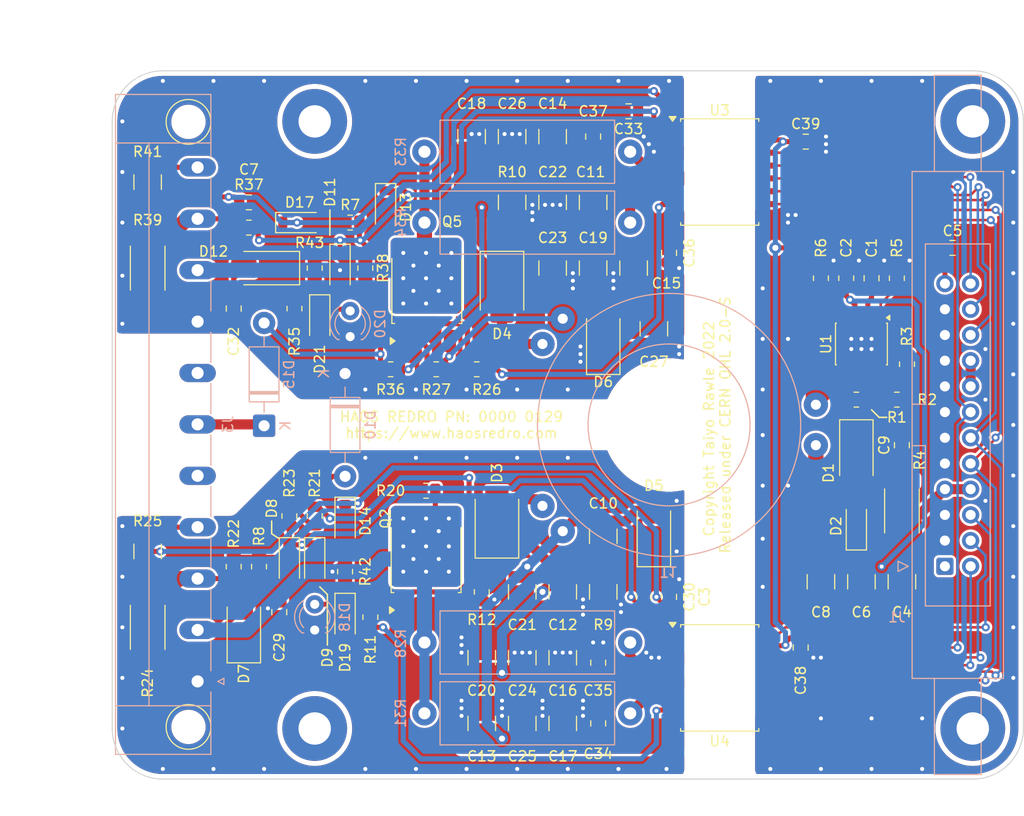
<source format=kicad_pcb>
(kicad_pcb (version 20241229) (generator "pcbnew") (generator_version "9.0")
  (layers (0 "F.Cu" signal) (2 "B.Cu" signal) (13 "F.Paste" user) (15 "B.Paste" user) (5 "F.SilkS" user "F.Silkscreen") (7 "B.SilkS" user "B.Silkscreen") (1 "F.Mask" user) (3 "B.Mask" user) (25 "Edge.Cuts" user))
  (net 0 "")
  (net 1 "GND")
  (net 2 "+12V")
  (net 3 "Net-(D1-K)")
  (net 4 "+15V_1")
  (net 5 "-8V_1")
  (net 6 "+15V_2")
  (net 7 "-8V_2")
  (net 8 "GND1")
  (net 9 "GND2")
  (net 10 "/~{FLT_L}")
  (net 11 "/~{RDY_L}")
  (net 12 "/High side driver/Out")
  (net 13 "/High side driver/OC")
  (net 14 "/APWM_L")
  (net 15 "Net-(J1-Pin_16)")
  (net 16 "/Low side driver/Out")
  (net 17 "/Low side driver/OC")
  (net 18 "Net-(D3-A)")
  (net 19 "Net-(D4-A)")
  (net 20 "Net-(D10-A)")
  (net 21 "/High side driver/CS")
  (net 22 "/Low side driver/CS")
  (net 23 "+5V")
  (net 24 "/~{FLT_H}")
  (net 25 "/~{RST}")
  (net 27 "/Low side driver/AIN")
  (net 28 "/IN+")
  (net 29 "/IN-")
  (net 30 "Net-(D15-A)")
  (net 31 "Net-(D17-K)")
  (net 32 "Net-(Q2-G)")
  (net 33 "/High side driver/ASC")
  (net 34 "Net-(Q5-G)")
  (net 35 "/~{RDY_H}")
  (net 36 "/High side driver/DESAT")
  (net 37 "Net-(D18-A)")
  (net 38 "Net-(D20-A)")
  (net 39 "Net-(U3-CLMPE)")
  (net 40 "Net-(U3-OUTH)")
  (net 41 "Net-(U3-OUTL)")
  (net 42 "Net-(U1-INTVCC)")
  (net 43 "Net-(C9-Pad1)")
  (net 44 "Net-(U1-RFB)")
  (net 45 "Net-(U1-RREF)")
  (net 46 "Net-(U1-TC)")
  (net 47 "Net-(U1-EN{slash}UVLO)")
  (net 48 "Net-(D1-A)")
  (net 49 "Net-(D14-K)")
  (net 50 "Net-(U4-CLMPE)")
  (net 51 "Net-(U4-OUTH)")
  (net 52 "Net-(U4-OUTL)")
  (net 53 "/APWM_H")
  (footprint "Package_SO:SOIC-8-1EP_3.9x4.9mm_P1.27mm_EP2.41x3.3mm" (layer "F.Cu") (at 174 87 -90)
    (property "Reference" "U1")
    (property "Value" "LT8304")
  )
  (footprint "Resistor_SMD:R_0805_2012Metric" (layer "F.Cu") (at 120 79.5 90)
    (property "Reference" "R43")
    (property "Value" "10K")
  )
  (footprint "Resistor_SMD:R_0805_2012Metric" (layer "F.Cu") (at 127.5 89.5 180)
    (property "Reference" "R36")
    (property "Value" "10K")
  )
  (footprint "Diode_SMD:D_SOD-123" (layer "F.Cu") (at 123 114 -90)
    (property "Reference" "D19")
    (property "Value" "4148")
  )
  (footprint "Capacitor_SMD:C_0805_2012Metric" (layer "F.Cu") (at 112 83.5 -90)
    (property "Reference" "C32")
    (property "Value" "102")
  )
  (footprint "Resistor_SMD:R_0805_2012Metric" (layer "F.Cu") (at 177.5 92.5 180)
    (property "Reference" "R2")
    (property "Value" "10K")
  )
  (footprint "Resistor_SMD:R_2512_6332Metric" (layer "F.Cu") (at 178 103.5 -90)
    (property "Reference" "R4")
    (property "Value" "100")
  )
  (footprint "Capacitor_SMD:C_1210_3225Metric" (layer "F.Cu") (at 139.5 66.5 90)
    (property "Reference" "C26")
    (property "Value" "106")
  )
  (footprint "Resistor_SMD:R_0805_2012Metric" (layer "F.Cu") (at 132 89.5 180)
    (property "Reference" "R27")
    (property "Value" "10K")
  )
  (footprint "Package_TO_SOT_SMD:TO-252-2" (layer "F.Cu") (at 131.0725 81.66 90)
    (property "Reference" "Q5")
    (property "Value" "20N06")
  )
  (footprint "Capacitor_SMD:C_1210_3225Metric" (layer "F.Cu") (at 143.5 66.5 90)
    (property "Reference" "C14")
    (property "Value" "106")
  )
  (footprint "Capacitor_SMD:C_0805_2012Metric" (layer "F.Cu") (at 116.5 113.5 -90)
    (property "Reference" "C29")
    (property "Value" "102")
  )
  (footprint "Capacitor_SMD:C_0805_2012Metric" (layer "F.Cu") (at 113.5 73)
    (property "Reference" "C7")
    (property "Value" "102")
  )
  (footprint "Resistor_SMD:R_0805_2012Metric" (layer "F.Cu") (at 117.5 104 90)
    (property "Reference" "R23")
    (property "Value" "2K")
  )
  (footprint "Diode_SMD:D_SMA" (layer "F.Cu") (at 153.5 105.5 90)
    (property "Reference" "D5")
    (property "Value" "SMAJ08")
  )
  (footprint "MountingHole:MountingHole_3.2mm_M3_Pad" (layer "F.Cu") (at 185 65)
    (property "Reference" "H1" (hide yes))
    (property "Value" "M3")
  )
  (footprint "Resistor_SMD:R_0805_2012Metric" (layer "F.Cu") (at 136 89.5)
    (property "Reference" "R26")
    (property "Value" "10")
  )
  (footprint "Resistor_SMD:R_0805_2012Metric" (layer "F.Cu") (at 123 109.5 90)
    (property "Reference" "R42")
    (property "Value" "10K")
  )
  (footprint "Diode_SMD:D_SOD-123" (layer "F.Cu") (at 120.5 84.5 -90)
    (property "Reference" "D21")
    (property "Value" "4148")
  )
  (footprint "Capacitor_SMD:C_1210_3225Metric" (layer "F.Cu") (at 147.5 73 -90)
    (property "Reference" "C11")
    (property "Value" "106")
  )
  (footprint "Diode_SMD:D_SOD-123" (layer "F.Cu") (at 127 73.5 -90)
    (property "Reference" "D13")
    (property "Value" "BZV55C5V6")
  )
  (footprint "Diode_SMD:D_SMB" (layer "F.Cu") (at 138 104.5 90)
    (property "Reference" "D3")
    (property "Value" "SS210")
  )
  (footprint "Diode_SMD:D_SOD-123" (layer "F.Cu") (at 122.5 79.5 -90)
    (property "Reference" "D11")
    (property "Value" "PMEG6010")
  )
  (footprint "Resistor_SMD:R_2512_6332Metric" (layer "F.Cu") (at 103.5 115 90)
    (property "Reference" "R24")
    (property "Value" "10")
  )
  (footprint "Resistor_SMD:R_1210_3225Metric" (layer "F.Cu") (at 103.5 71 90)
    (property "Reference" "R41")
    (property "Value" "10K")
  )
  (footprint "Diode_SMD:D_SMA" (layer "F.Cu") (at 115 79.5 180)
    (property "Reference" "D12")
    (property "Value" "SMAJ20")
  )
  (footprint "Resistor_SMD:R_0805_2012Metric" (layer "F.Cu") (at 120 104 90)
    (property "Reference" "R21")
    (property "Value" "10K")
  )
  (footprint "MountingHole:MountingHole_3.2mm_M3_Pad" (layer "F.Cu") (at 185 125)
    (property "Reference" "H2" (hide yes))
    (property "Value" "M3")
  )
  (footprint "Resistor_SMD:R_0805_2012Metric" (layer "F.Cu") (at 131 101.5)
    (property "Reference" "R20")
    (property "Value" "10K")
  )
  (footprint "Resistor_SMD:R_0805_2012Metric" (layer "F.Cu") (at 136.5 111.5 90)
    (property "Reference" "R12")
    (property "Value" "10K")
  )
  (footprint "Package_SO:SOIC-16W_7.5x10.3mm_P1.27mm" (layer "F.Cu") (at 160 120)
    (property "Reference" "U4")
    (property "Value" "UCC21736")
  )
  (footprint "Capacitor_SMD:C_1210_3225Metric" (layer "F.Cu") (at 135.5 66.5 90)
    (property "Reference" "C18")
    (property "Value" "106")
  )
  (footprint "Diode_SMD:D_SOD-123" (layer "F.Cu") (at 123 104.5 -90)
    (property "Reference" "D14")
    (property "Value" "BZV55C5")
  )
  (footprint "Resistor_SMD:R_0805_2012Metric" (layer "F.Cu") (at 118 83.5 90)
    (property "Reference" "R35")
    (property "Value" "10K")
  )
  (footprint "Capacitor_SMD:C_0805_2012Metric" (layer "F.Cu") (at 148 124.5 90)
    (property "Reference" "C34")
    (property "Value" "104")
  )
  (footprint "Diode_SMD:D_SMA" (layer "F.Cu") (at 173.5 98 -90)
    (property "Reference" "D1")
    (property "Value" "SMAJ08")
  )
  (footprint "Resistor_SMD:R_0805_2012Metric" (layer "F.Cu") (at 170 80.5 -90)
    (property "Reference" "R6")
    (property "Value" "270K")
  )
  (footprint "Resistor_SMD:R_1210_3225Metric" (layer "F.Cu") (at 139.5 73 -90)
    (property "Reference" "R10")
    (property "Value" "470")
  )
  (footprint "Capacitor_SMD:C_1210_3225Metric" (layer "F.Cu") (at 136.5 124.5 -90)
    (property "Reference" "C13")
    (property "Value" "106")
  )
  (footprint "Resistor_SMD:R_1210_3225Metric" (layer "F.Cu") (at 103.5 107.5 90)
    (property "Reference" "R25")
    (property "Value" "10K")
  )
  (footprint "Capacitor_SMD:C_0805_2012Metric" (layer "F.Cu") (at 175 80.5 90)
    (property "Reference" "C1")
    (property "Value" "105")
  )
  (footprint "Capacitor_SMD:C_1210_3225Metric" (layer "F.Cu") (at 174 110.5 -90)
    (property "Reference" "C6")
    (property "Value" "106")
  )
  (footprint "Capacitor_SMD:C_0805_2012Metric" (layer "F.Cu") (at 147.5 66.5 90)
    (property "Reference" "C37")
    (property "Value" "104")
  )
  (footprint "Capacitor_SMD:C_0805_2012Metric" (layer "F.Cu") (at 168.5 67)
    (property "Reference" "C39")
    (property "Value" "104")
  )
  (footprint "Resistor_SMD:R_1210_3225Metric" (layer "F.Cu") (at 148.5 111.5 -90)
    (property "Reference" "R9")
    (property "Value" "470")
  )
  (footprint "Capacitor_SMD:C_1210_3225Metric" (layer "F.Cu") (at 143.5 79.5 90)
    (property "Reference" "C23")
    (property "Value" "106")
  )
  (footprint "Package_SO:SOIC-16W_7.5x10.3mm_P1.27mm" (layer "F.Cu") (at 160 70)
    (property "Reference" "U3")
    (property "Value" "UCC21736")
  )
  (footprint "Capacitor_SMD:C_0805_2012Metric" (layer "F.Cu") (at 168 117 -90)
    (property "Reference" "C38")
    (property "Value" "104")
  )
  (footprint "Capacitor_SMD:C_0805_2012Metric" (layer "F.Cu") (at 155 78 -90)
    (property "Reference" "C36")
    (property "Value" "104")
  )
  (footprint "Capacitor_SMD:C_0805_2012Metric" (layer "F.Cu") (at 152.5 112 90)
    (property "Reference" "C30")
    (property "Value" "274")
  )
  (footprint "MountingHole:MountingHole_3.2mm_M3_Pad" (layer "F.Cu") (at 120 65)
    (property "Reference" "H3" (hide yes))
    (property "Value" "M3")
  )
  (footprint "Capacitor_SMD:C_1210_3225Metric" (layer "F.Cu") (at 147.5 79.5 90)
    (property "Reference" "C19")
    (property "Value" "106")
  )
  (footprint "Capacitor_SMD:C_1210_3225Metric" (layer "F.Cu") (at 148.5 106 90)
    (property "Reference" "C10")
    (property "Value" "106")
  )
  (footprint "Diode_SMD:D_SOD-123" (layer "F.Cu") (at 117.5 108.5 -90)
    (property "Reference" "D8")
    (property "Value" "PMEG6010")
  )
  (footprint "Diode_SMD:D_SOD-123" (layer "F.Cu") (at 173.5 105 90)
    (property "Reference" "D2")
    (property "Value" "UF4007")
  )
  (footprint "Resistor_SMD:R_0805_2012Metric" (layer "F.Cu") (at 112 109 -90)
    (property "Reference" "R22")
    (property "Value" "1K")
  )
  (footprint "Capacitor_SMD:C_0805_2012Metric" (layer "F.Cu") (at 148 118.5 90)
    (property "Reference" "C35")
    (property "Value" "104")
  )
  (footprint "Resistor_SMD:R_0805_2012Metric" (layer "F.Cu") (at 113.5 75.5 180)
    (property "Reference" "R37")
    (property "Value" "1K")
  )
  (footprint "Diode_SMD:D_SMB" (layer "F.Cu") (at 138.5 81.5 -90)
    (property "Reference" "D4")
    (property "Value" "SS210")
  )
  (footprint "Resistor_SMD:R_0805_2012Metric" (layer "F.Cu") (at 172.5 80.5 90)
    (property "Reference" "C2")
    (property "Value" "104")
  )
  (footprint "Capacitor_SMD:C_1210_3225Metric" (layer "F.Cu") (at 144.5 111.5 -90)
    (property "Reference" "C12")
    (property "Value" "106")
  )
  (footprint "Resistor_SMD:R_0805_2012Metric" (layer "F.Cu") (at 173.5 92.5 180)
    (property "Reference" "R1")
    (property "Value" "300K")
  )
  (footprint "Capacitor_SMD:C_1210_3225Metric" (layer "F.Cu") (at 144.5 118 90)
    (property "Reference" "C16")
    (property "Value" "106")
  )
  (footprint "Capacitor_SMD:C_0805_2012Metric" (layer "F.Cu") (at 151 64 180)
    (property "Reference" "C33")
    (property "Value" "274")
  )
  (footprint "Capacitor_SMD:C_1210_3225Metric" (layer "F.Cu") (at 178 110.5 -90)
    (property "Reference" "C4")
    (property "Value" "106")
  )
  (footprint "Capacitor_SMD:C_0805_2012Metric" (layer "F.Cu") (at 155 112 90)
    (property "Reference" "C3")
    (property "Value" "102")
  )
  (footprint "Resistor_SMD:R_0805_2012Metric" (layer "F.Cu") (at 114.5 109 90)
    (property "Reference" "R8")
    (property "Value" "470")
  )
  (footprint "Diode_SMD:D_SOD-123" (layer "F.Cu") (at 118.5 75)
    (property "Reference" "D17")
    (property "Value" "BZV55C5")
  )
  (footprint "MountingHole:MountingHole_3.2mm_M3_Pad" (layer "F.Cu") (at 120 125)
    (property "Reference" "H4" (hide yes))
    (property "Value" "M3")
  )
  (footprint "Resistor_SMD:R_0805_2012Metric" (layer "F.Cu") (at 125 79.5 -90)
    (property "Reference" "R38")
    (property "Value" "2K")
  )
  (footprint "Diode_SMD:D_SMA" (layer "F.Cu") (at 113 115 90)
    (property "Reference" "D7")
    (property "Value" "SMAJ20")
  )
  (footprint "Resistor_SMD:R_0805_2012Metric" (layer "F.Cu") (at 125.5 114 -90)
    (property "Reference" "R11")
    (property "Value" "10")
  )
  (footprint "Resistor_SMD:R_0805_2012Metric" (layer "F.Cu") (at 123.5 75 180)
    (property "Reference" "R7")
    (property "Value" "470")
  )
  (footprint "Resistor_SMD:R_0805_2012Metric" (layer "F.Cu") (at 177.5 80.5 -90)
    (property "Reference" "R5")
    (property "Value" "30K")
  )
  (footprint "Package_TO_SOT_SMD:TO-252-2" (layer "F.Cu") (at 131 108.26 90)
    (property "Reference" "Q2")
    (property "Value" "20N06")
  )
  (footprint "Capacitor_SMD:C_1210_3225Metric" (layer "F.Cu") (at 140.5 124.5 -90)
    (property "Reference" "C25")
    (property "Value" "106")
  )
  (footprint "Capacitor_SMD:C_1210_3225Metric" (layer "F.Cu") (at 140.5 111.5 90)
    (property "Reference" "C21")
    (property "Value" "106")
  )
  (footprint "Capacitor_SMD:C_1210_3225Metric" (layer "F.Cu") (at 136.5 118 90)
    (property "Reference" "C20")
    (property "Value" "106")
  )
  (footprint "Resistor_SMD:R_2512_6332Metric" (layer "F.Cu") (at 103.5 79.5 90)
    (property "Reference" "R39")
    (property "Value" "10")
  )
  (footprint "Diode_SMD:D_SOD-123" (layer "F.Cu") (at 120 108.5 -90)
    (property "Reference" "D9")
    (property "Value" "BZV55C5V6")
  )
  (footprint "Capacitor_SMD:C_0805_2012Metric" (layer "F.Cu") (at 178 97 90)
    (property "Reference" "C9")
    (property "Value" "221")
  )
  (footprint "Capacitor_SMD:C_1210_3225Metric" (layer "F.Cu") (at 153.5 85.5 90)
    (property "Reference" "C27")
    (property "Value" "106")
  )
  (footprint "Capacitor_SMD:C_1210_3225Metric" (layer "F.Cu") (at 151.5 79.5 90)
    (property "Reference" "C15")
    (property "Value" "106")
  )
  (footprint "Capacitor_SMD:C_1210_3225Metric" (layer "F.Cu") (at 144.5 124.5 -90)
    (property "Reference" "C17")
    (property "Value" "106")
  )
  (footprint "Capacitor_SMD:C_1210_3225Metric" (layer "F.Cu") (at 140.5 118 90)
    (property "Reference" "C24")
    (property "Value" "106")
  )
  (footprint "Capacitor_SMD:C_0805_2012Metric" (layer "F.Cu") (at 183 77.5)
    (property "Reference" "C5")
    (property "Value" "106")
  )
  (footprint "Capacitor_SMD:C_1210_3225Metric" (layer "F.Cu") (at 143.5 73 -90)
    (property "Reference" "C22")
    (property "Value" "106")
  )
  (footprint "Capacitor_SMD:C_1210_3225Metric" (layer "F.Cu") (at 170 110.5 -90)
    (property "Reference" "C8")
    (property "Value" "106")
  )
  (footprint "Diode_SMD:D_SMA" (layer "F.Cu") (at 148.5 86.5 90)
    (property "Reference" "D6")
    (property "Value" "SMAJ08")
  )
  (footprint "Resistor_SMD:R_0805_2012Metric" (layer "F.Cu") (at 178.5 89 -90)
    (property "Reference" "R3")
    (property "Value" "100K")
  )
  (footprint "Diode_THT:D_DO-41_SOD81_P10.16mm_Horizontal" (layer "B.Cu") (at 123 89.92 -90)
    (property "Reference" "D10")
    (property "Value" "STTH112RL")
  )
  (footprint "Resistor_THT:R_Axial_DIN0617_L17.0mm_D6.0mm_P20.32mm_Horizontal" (layer "B.Cu") (at 151.16 68 180)
    (property "Reference" "R33")
    (property "Value" "15")
  )
  (footprint "Resistor_THT:R_Axial_DIN0617_L17.0mm_D6.0mm_P20.32mm_Horizontal" (layer "B.Cu") (at 151.16 75 180)
    (property "Reference" "R34")
    (property "Value" "10")
  )
  (footprint "Connector_IDC:IDC-Header_2x12_P2.54mm_Latch9.5mm_Vertical" (layer "B.Cu") (at 182.2475 108.97)
    (property "Reference" "J1")
    (property "Value" "BH254_LATCH")
  )
  (footprint "Resistor_THT:R_Axial_DIN0617_L17.0mm_D6.0mm_P20.32mm_Horizontal" (layer "B.Cu") (at 151.16 116.5 180)
    (property "Reference" "R28")
    (property "Value" "7R5")
  )
  (footprint "HR_parts:TRANSFORMER_T80_6P_01_H" (layer "B.Cu") (at 155 95)
    (property "Reference" "T1")
    (property "Value" "T80")
  )
  (footprint "Diode_THT:D_DO-41_SOD81_P10.16mm_Horizontal" (layer "B.Cu") (at 115 95.08 90)
    (property "Reference" "D15")
    (property "Value" "STTH112RL")
  )
  (footprint "LED_THT:LED_D3.0mm" (layer "B.Cu") (at 120 115.27 90)
    (property "Reference" "D18")
    (property "Value" "GRN")
  )
  (footprint "LED_THT:LED_D3.0mm" (layer "B.Cu") (at 123.5 86.27 90)
    (property "Reference" "D20")
    (property "Value" "GRN")
  )
  (footprint "Connector_Phoenix_MC_HighVoltage:PhoenixContact_MC_1,5_11-GF-5.08_1x11_P5.08mm_Horizontal_ThreadedFlange_MountHole" (layer "B.Cu") (at 108.4325 120.345 90)
    (property "Reference" "J3")
    (property "Value" "Conn_01x11")
  )
  (footprint "Resistor_THT:R_Axial_DIN0617_L17.0mm_D6.0mm_P20.32mm_Horizontal" (layer "B.Cu") (at 151.16 123.5 180)
    (property "Reference" "R31")
    (property "Value" "4R7")
  )
  (gr_line (start 176.5 94.25) (end 175.75 94.25) (stroke (width 0.15)) (layer "F.SilkS"))
  (gr_line (start 121.25 116.75) (end 121.25 111.75) (stroke (width 0.15)) (layer "F.SilkS"))
  (gr_line (start 121.25 111.75) (end 120.5 111) (stroke (width 0.15)) (layer "F.SilkS"))
  (gr_line (start 115.75 105.75) (end 116.5 106.25) (stroke (width 0.15)) (layer "F.SilkS"))
  (gr_line (start 121.5 73.75) (end 121.5 76.25) (stroke (width 0.15)) (layer "F.SilkS"))
  (gr_line (start 115.75 104.5) (end 115.75 105.75) (stroke (width 0.15)) (layer "F.SilkS"))
  (gr_line (start 175.75 94.25) (end 175 93.5) (stroke (width 0.15)) (layer "F.SilkS"))
  (gr_line (start 105 130) (end 185 130) (stroke (width 0.1)) (layer "Edge.Cuts"))
  (gr_arc (start 185 60) (mid 188.535534 61.464466) (end 190 65) (stroke (width 0.1)) (layer "Edge.Cuts"))
  (gr_line (start 100 125) (end 100 65) (stroke (width 0.1)) (layer "Edge.Cuts"))
  (gr_arc (start 190 125) (mid 188.535534 128.535534) (end 185 130) (stroke (width 0.1)) (layer "Edge.Cuts"))
  (gr_arc (start 105 130) (mid 101.464466 128.535534) (end 100 125) (stroke (width 0.1)) (layer "Edge.Cuts"))
  (gr_line (start 190 65) (end 190 125) (stroke (width 0.1)) (layer "Edge.Cuts"))
  (gr_arc (start 100 65) (mid 101.464466 61.464466) (end 105 60) (stroke (width 0.1)) (layer "Edge.Cuts"))
  (gr_line (start 105 60) (end 185 60) (stroke (width 0.1)) (layer "Edge.Cuts"))
  (gr_text "Copyright Taiyo Rawle 2022 \nReleased under CERN OHL 2.0-S" (at 159.75 95 90) (layer "F.SilkS") (effects (font (size 1 1))))
  (gr_text "HAOS REDRO PN: 0000 0129\nhttps://www.haosredro.com" (at 133.5 95 0) (layer "F.SilkS") (effects (font (size 1 1))))
  (via (at 174 87.5) (size 0.8) (drill 0.4) (layers "F.Cu" "B.Cu") (net 1))
  (via (at 166.75 101) (size 0.8) (drill 0.4) (layers "F.Cu" "B.Cu") (net 1))
  (via (at 186.25 102.5) (size 0.8) (drill 0.4) (layers "F.Cu" "B.Cu") (net 1))
  (via (at 165 61) (size 0.8) (drill 0.4) (layers "F.Cu" "B.Cu") (net 1))
  (via (at 170.5 68) (size 0.8) (drill 0.4) (layers "F.Cu" "B.Cu") (net 1))
  (via (at 167.5 74.25) (size 0.8) (drill 0.4) (layers "F.Cu" "B.Cu") (net 1))
  (via (at 186.25 92.5) (size 0.8) (drill 0.4) (layers "F.Cu" "B.Cu") (net 1))
  (via (at 170 124) (size 0.8) (drill 0.4) (layers "F.Cu" "B.Cu") (net 1))
  (via (at 180 124) (size 0.8) (drill 0.4) (layers "F.Cu" "B.Cu") (net 1))
  (via (at 170 118) (size 0.8) (drill 0.4) (layers "F.Cu" "B.Cu") (net 1))
  (via (at 164.25 81.5) (size 0.8) (drill 0.4) (layers "F.Cu" "B.Cu") (net 1))
  (via (at 189 100) (size 0.8) (drill 0.4) (layers "F.Cu" "B.Cu") (net 1))
  (via (at 170 129) (size 0.8) (drill 0.4) (layers "F.Cu" "B.Cu") (net 1))
  (via (at 169.25 118) (size 0.8) (drill 0.4) (layers "F.Cu" "B.Cu") (net 1))
  (via (at 170.5 66.5) (size 0.8) (drill 0.4) (layers "F.Cu" "B.Cu") (net 1))
  (via (at 189 120) (size 0.8) (drill 0.4) (layers "F.Cu" "B.Cu") (net 1))
  (via (at 176.25 78.75) (size 0.8) (drill 0.4) (layers "F.Cu" "B.Cu") (net 1))
  (via (at 189 85) (size 0.8) (drill 0.4) (layers "F.Cu" "B.Cu") (net 1))
  (via (at 178.75 78.75) (size 0.8) (drill 0.4) (layers "F.Cu" "B.Cu") (net 1))
  (via (at 189 105) (size 0.8) (drill 0.4) (layers "F.Cu" "B.Cu") (net 1))
  (via (at 164.25 96) (size 0.8) (drill 0.4) (layers "F.Cu" "B.Cu") (net 1))
  (via (at 164.25 101) (size 0.8) (drill 0.4) (layers "F.Cu" "B.Cu") (net 1))
  (via (at 175 61) (size 0.8) (drill 0.4) (layers "F.Cu" "B.Cu") (net 1))
  (via (at 180 129) (size 0.8) (drill 0.4) (layers "F.Cu" "B.Cu") (net 1))
  (via (at 164.25 86.5) (size 0.8) (drill 0.4) (layers "F.Cu" "B.Cu") (net 1))
  (via (at 186.25 87.5) (size 0.8) (drill 0.4) (layers "F.Cu" "B.Cu") (net 1))
  (via (at 170 61) (size 0.8) (drill 0.4) (layers "F.Cu" "B.Cu") (net 1))
  (via (at 166.75 74.25) (size 0.8) (drill 0.4) (layers "F.Cu" "B.Cu") (net 1))
  (via (at 189 95) (size 0.8) (drill 0.4) (layers "F.Cu" "B.Cu") (net 1))
  (via (at 173.75 78.75) (size 0.8) (drill 0.4) (layers "F.Cu" "B.Cu") (net 1))
  (via (at 175 86.5) (size 0.8) (drill 0.4) (layers "F.Cu" "B.Cu") (net 1))
  (via (at 175 87.5) (size 0.8) (drill 0.4) (layers "F.Cu" "B.Cu") (net 1))
  (via (at 175 124) (size 0.8) (drill 0.4) (layers "F.Cu" "B.Cu") (net 1))
  (via (at 164.25 111) (size 0.8) (drill 0.4) (layers "F.Cu" "B.Cu") (net 1))
  (via (at 189 110) (size 0.8) (drill 0.4) (layers "F.Cu" "B.Cu") (net 1))
  (via (at 164.25 106.25) (size 0.8) (drill 0.4) (layers "F.Cu" "B.Cu") (net 1))
  (via (at 174 86.5) (size 0.8) (drill 0.4) (layers "F.Cu" "B.Cu") (net 1))
  (via (at 171.25 78.75) (size 0.8) (drill 0.4) (layers "F.Cu" "B.Cu") (net 1))
  (via (at 170.5 67.25) (size 0.8) (drill 0.4) (layers "F.Cu" "B.Cu") (net 1))
  (via (at 164.25 91.5) (size 0.8) (drill 0.4) (layers "F.Cu" "B.Cu") (net 1))
  (via (at 189 75) (size 0.8) (drill 0.4) (layers "F.Cu" "B.Cu") (net 1))
  (via (at 189 115) (size 0.8) (drill 0.4) (layers "F.Cu" "B.Cu") (net 1))
  (via (at 165 129) (size 0.8) (drill 0.4) (layers "F.Cu" "B.Cu") (net 1))
  (via (at 173 86.5) (size 0.8) (drill 0.4) (layers "F.Cu" "B.Cu") (net 1))
  (via (at 175 129) (size 0.8) (drill 0.4) (layers "F.Cu" "B.Cu") (net 1))
  (via (at 189 90) (size 0.8) (drill 0.4) (layers "F.Cu" "B.Cu") (net 1))
  (via (at 173 87.5) (size 0.8) (drill 0.4) (layers "F.Cu" "B.Cu") (net 1))
  (via (at 189 70) (size 0.8) (drill 0.4) (layers "F.Cu" "B.Cu") (net 1))
  (via (at 180 61) (size 0.8) (drill 0.4) (layers "F.Cu" "B.Cu") (net 1))
  (via (at 166.75 75) (size 0.8) (drill 0.4) (layers "F.Cu" "B.Cu") (net 1))
  (via (at 166.75 86.5) (size 0.8) (drill 0.4) (layers "F.Cu" "B.Cu") (net 1))
  (via (at 189 80) (size 0.8) (drill 0.4) (layers "F.Cu" "B.Cu") (net 1))
  (segment (start 172.875 82.625) (end 172.5 82.25) (width 0.5) (layer "F.Cu") (net 2))
  (segment (start 172.5 82.25) (end 172.5 81.4125) (width 0.5) (layer "F.Cu") (net 2))
  (segment (start 173.365 84.525) (end 173.365 83.115) (width 0.5) (layer "F.Cu") (net 2))
  (segment (start 169.5 102.5) (end 169.5 106.5) (width 1.5) (layer "F.Cu") (net 2))
  (segment (start 182.2475 101.35) (end 178 105.5975) (width 1) (layer "F.Cu") (net 2))
  (segment (start 184.7875 101.35) (end 182.2475 101.35) (width 1) (layer "F.Cu") (net 2))
  (segment (start 178 105.5975) (end 178 106.4625) (width 1) (layer "F.Cu") (net 2))
  (segment (start 170 81.4125) (end 172.5 81.4125) (width 0.5) (layer "F.Cu") (net 2))
  (segment (start 169.5 97) (end 169.5 102.5) (width 1.5) (layer "F.Cu") (net 2))
  (segment (start 173.365 83.115) (end 172.875 82.625) (width 0.5) (layer "F.Cu") (net 2))
  (via (at 172.875 82.625) (size 0.8) (drill 0.4) (layers "F.Cu" "B.Cu") (net 2))
  (via (at 176 109) (size 0.8) (drill 0.4) (layers "F.Cu" "B.Cu") (net 2))
  (segment (start 173 82.75) (end 172.875 82.625) (width 0.5) (layer "B.Cu") (net 2))
  (segment (start 179.5 87.25) (end 179.5 83.25) (width 0.5) (layer "B.Cu") (net 2))
  (segment (start 179 82.75) (end 173 82.75) (width 0.5) (layer "B.Cu") (net 2))
  (segment (start 180.25 104.75) (end 180.25 88) (width 0.5) (layer "B.Cu") (net 2))
  (segment (start 179.5 83.25) (end 179 82.75) (width 0.5) (layer "B.Cu") (net 2))
  (segment (start 180.25 88) (end 179.5 87.25) (width 0.5) (layer "B.Cu") (net 2))
  (segment (start 176 109) (end 180.25 104.75) (width 0.5) (layer "B.Cu") (net 2))
  (segment (start 172.5875 93.5875) (end 173.5 94.5) (width 0.5) (layer "F.Cu") (net 3))
  (segment (start 172.095 89.475) (end 172.095 92.0075) (width 0.5) (layer "F.Cu") (net 3))
  (segment (start 173.55 96.05) (end 173.5 96) (width 0.5) (layer "F.Cu") (net 3))
  (segment (start 172.5875 92.5) (end 172.5875 93.5875) (width 0.5) (layer "F.Cu") (net 3))
  (segment (start 172.095 92.0075) (end 172.5875 92.5) (width 0.5) (layer "F.Cu") (net 3))
  (segment (start 173.5 94.5) (end 173.5 96) (width 0.5) (layer "F.Cu") (net 3))
  (segment (start 178 96.05) (end 173.55 96.05) (width 0.5) (layer "F.Cu") (net 3))
  (segment (start 135.25 103.9) (end 138 106.65) (width 0.5) (layer "F.Cu") (net 4))
  (segment (start 135.25 100.225) (end 135.25 103.9) (width 0.5) (layer "F.Cu") (net 4))
  (segment (start 144.5125 110.0375) (end 144.5 110.025) (width 1) (layer "F.Cu") (net 4))
  (segment (start 141.125 106.65) (end 144.5 110.025) (width 1) (layer "F.Cu") (net 4))
  (segment (start 143.975 110.025) (end 142.5 111.5) (width 1) (layer "F.Cu") (net 4))
  (segment (start 144.5 110.025) (end 143.975 110.025) (width 1) (layer "F.Cu") (net 4))
  (segment (start 120 103.0875) (end 120.3375 103.0875) (width 0.5) (layer "F.Cu") (net 4))
  (segment (start 138 106.65) (end 141.125 106.65) (width 1) (layer "F.Cu") (net 4))
  (segment (start 120.3375 103.0875) (end 121.5 104.25) (width 0.5) (layer "F.Cu") (net 4))
  (segment (start 148.5 110.0375) (end 144.5125 110.0375) (width 1) (layer "F.Cu") (net 4))
  (segment (start 148.5 110.0375) (end 148.5 107.475) (width 1) (layer "F.Cu") (net 4))
  (via (at 142.5 111.5) (size 1.2) (drill 0.6) (layers "F.Cu" "B.Cu") (net 4))
  (via (at 121.5 104.25) (size 0.8) (drill 0.4) (layers "F.Cu" "B.Cu") (net 4))
  (via (at 135.25 100.225) (size 0.8) (drill 0.4) (layers "F.Cu" "B.Cu") (net 4))
  (via (at 138.5 119.5) (size 1.2) (drill 0.6) (layers "F.Cu" "B.Cu") (net 4))
  (segment (start 138.5 119.5) (end 138.5 115.5) (width 1) (layer "B.Cu") (net 4))
  (segment (start 121.5 104.25) (end 124.5 104.25) (width 0.5) (layer "B.Cu") (net 4))
  (segment (start 138.5 115.5) (end 142.5 111.5) (width 1) (layer "B.Cu") (net 4))
  (segment (start 128.525 100.225) (end 135.25 100.225) (width 0.5) (layer "B.Cu") (net 4))
  (segment (start 124.5 104.25) (end 128.375 100.375) (width 0.5) (layer "B.Cu") (net 4))
  (segment (start 128.375 100.375) (end 128.525 100.225) (width 0.5) (layer "B.Cu") (net 4))
  (segment (start 151.75 103.5) (end 153.5 103.5) (width 1) (layer "F.Cu") (net 5))
  (segment (start 140.5 109.5) (end 141 109) (width 1) (layer "F.Cu") (net 5))
  (segment (start 137.5875 112.4125) (end 137.75 112.25) (width 0.5) (layer "F.Cu") (net 5))
  (segment (start 140.5 110.025) (end 140.5 109.5) (width 1) (layer "F.Cu") (net 5))
  (segment (start 136.5 112.4125) (end 137.5875 112.4125) (width 0.5) (layer "F.Cu") (net 5))
  (segment (start 148.5 104.525) (end 150.725 104.525) (width 1) (layer "F.Cu") (net 5))
  (segment (start 135.0875 112.4125) (end 136.5 112.4125) (width 0.5) (layer "F.Cu") (net 5))
  (segment (start 145.475 104.525) (end 144.5 105.5) (width 1) (layer "F.Cu") (net 5))
  (segment (start 150.725 104.525) (end 151.75 103.5) (width 1) (layer "F.Cu") (net 5))
  (segment (start 133.28 113.2) (end 134.3 113.2) (width 0.5) (layer "F.Cu") (net 5))
  (segment (start 134.3 113.2) (end 135.0875 112.4125) (width 0.5) (layer "F.Cu") (net 5))
  (segment (start 148.5 104.525) (end 145.475 104.525) (width 1) (layer "F.Cu") (net 5))
  (via (at 141 109) (size 1.2) (drill 0.6) (layers "F.Cu" "B.Cu") (net 5))
  (via (at 137.75 112.25) (size 0.8) (drill 0.4) (layers "F.Cu" "B.Cu") (net 5))
  (via (at 138.5 126) (size 1.2) (drill 0.6) (layers "F.Cu" "B.Cu") (net 5))
  (segment (start 137 124.5) (end 137 114) (width 1) (layer "B.Cu") (net 5))
  (segment (start 137 113) (end 137.75 112.25) (width 1) (layer "B.Cu") (net 5))
  (segment (start 141 109) (end 144.5 105.5) (width 1) (layer "B.Cu") (net 5))
  (segment (start 138.5 126) (end 137 124.5) (width 1) (layer "B.Cu") (net 5))
  (segment (start 137.75 112.25) (end 141 109) (width 1) (layer "B.Cu") (net 5))
  (segment (start 137 114) (end 137 113) (width 1) (layer "B.Cu") (net 5))
  (segment (start 138.5 79.35) (end 138.5 79) (width 1) (layer "F.Cu") (net 6))
  (segment (start 136.5 77) (end 136.5 73.5) (width 1) (layer "F.Cu") (net 6))
  (segment (start 128.4125 89.5) (end 129.25 89.5) (width 0.5) (layer "F.Cu") (net 6))
  (segment (start 138.5 79) (end 137.5 78) (width 1) (layer "F.Cu") (net 6))
  (segment (start 137.5 78) (end 136.5 77) (width 1) (layer "F.Cu") (net 6))
  (via (at 136.5 73.5) (size 0.8) (drill 0.4) (layers "F.Cu" "B.Cu") (net 6))
  (via (at 129.25 89.5) (size 0.8) (drill 0.4) (layers "F.Cu" "B.Cu") (net 6))
  (segment (start 129.25 89.5) (end 136.5 82.25) (width 0.5) (layer "B.Cu") (net 6))
  (segment (start 136.5 82.25) (end 136.5 73.5) (width 0.5) (layer "B.Cu") (net 6))
  (segment (start 133.28 88.22) (end 133.28 86.7) (width 0.5) (layer "F.Cu") (net 7))
  (segment (start 132.9125 88.5875) (end 133.28 88.22) (width 0.5) (layer "F.Cu") (net 7))
  (segment (start 132.9125 89.5) (end 132.9125 88.5875) (width 0.5) (layer "F.Cu") (net 7))
  (via (at 133.28 88.22) (size 0.8) (drill 0.4) (layers "F.Cu" "B.Cu") (net 7))
  (segment (start 137 84.5) (end 133.28 88.22) (width 0.5) (layer "B.Cu") (net 7))
  (segment (start 144.5 84.5) (end 137 84.5) (width 0.5) (layer "B.Cu") (net 7))
  (via (at 101 120) (size 0.8) (drill 0.4) (layers "F.Cu" "B.Cu") (net 8))
  (via (at 110 129) (size 0.8) (drill 0.4) (layers "F.Cu" "B.Cu") (net 8))
  (via (at 135 129) (size 0.8) (drill 0.4) (layers "F.Cu" "B.Cu") (net 8))
  (via (at 155.75 102.5) (size 0.8) (drill 0.4) (layers "F.Cu" "B.Cu") (net 8))
  (via (at 135 98.25) (size 0.8) (drill 0.4) (layers "F.Cu" "B.Cu") (net 8))
  (via (at 140.5 117.5) (size 0.8) (drill 0.4) (layers "F.Cu" "B.Cu") (net 8))
  (via (at 130 129) (size 0.8) (drill 0.4) (layers "F.Cu" "B.Cu") (net 8))
  (via (at 140 98.25) (size 0.8) (drill 0.4) (layers "F.Cu" "B.Cu") (net 8))
  (via (at 101 125) (size 0.8) (drill 0.4) (layers "F.Cu" "B.Cu") (net 8))
  (via (at 148.5 116.5) (size 0.8) (drill 0.4) (layers "F.Cu" "B.Cu") (net 8))
  (via (at 154 118) (size 0.8) (drill 0.4) (layers "F.Cu" "B.Cu") (net 8))
  (via (at 101 115) (size 0.8) (drill 0.4) (layers "F.Cu" "B.Cu") (net 8))
  (via (at 142.5 123.75) (size 0.8) (drill 0.4) (layers "F.Cu" "B.Cu") (net 8))
  (via (at 138.5 123.75) (size 0.8) (drill 0.4) (layers "F.Cu" "B.Cu") (net 8))
  (via (at 146.5 122.25) (size 0.8) (drill 0.4) (layers "F.Cu" "B.Cu") (net 8))
  (via (at 146.5 123.75) (size 0.8) (drill 0.4) (layers "F.Cu" "B.Cu") (net 8))
  (via (at 125 98.25) (size 0.8) (drill 0.4) (layers "F.Cu" "B.Cu") (net 8))
  (via (at 134.5 122.25) (size 0.8) (drill 0.4) (layers "F.Cu" "B.Cu") (net 8))
  (via (at 105 129) (size 0.8) (drill 0.4) (layers "F.Cu" "B.Cu") (net 8))
  (via (at 150.25 112.75) (size 0.8) (drill 0.4) (layers "F.Cu" "B.Cu") (net 8))
  (via (at 146.5 123) (size 0.8) (drill 0.4) (layers "F.Cu" "B.Cu") (net 8))
  (via (at 125 129) (size 0.8) (drill 0.4) (layers "F.Cu" "B.Cu") (net 8))
  (via (at 140 129) (size 0.8) (drill 0.4) (layers "F.Cu" "B.Cu") (net 8))
  (via (at 101 105) (size 0.8) (drill 0.4) (layers "F.Cu" "B.Cu") (net 8))
  (via (at 153.25 118) (size 0.8) (drill 0.4) (layers "F.Cu" "B.Cu") (net 8))
  (via (at 139.75 117.5) (size 0.8) (drill 0.4) (layers "F.Cu" "B.Cu") (net 8))
  (via (at 155.75 107.5) (size 0.8) (drill 0.4) (layers "F.Cu" "B.Cu") (net 8))
  (via (at 138.5 122.25) (size 0.8) (drill 0.4) (layers "F.Cu" "B.Cu") (net 8))
  (via (at 134.5 116.75) (size 0.8) (drill 0.4) (layers "F.Cu" "B.Cu") (net 8))
  (via (at 146.5 112.25) (size 0.8) (drill 0.4) (layers "F.Cu" "B.Cu") (net 8))
  (via (at 138.5 123) (size 0.8) (drill 0.4) (layers "F.Cu" "B.Cu") (net 8))
  (via (at 134.5 116) (size 0.8) (drill 0.4) (layers "F.Cu" "B.Cu") (net 8))
  (via (at 154.75 129) (size 0.8) (drill 0.4) (layers "F.Cu" "B.Cu") (net 8))
  (via (at 145 129) (size 0.8) (drill 0.4) (layers "F.Cu" "B.Cu") (net 8))
  (via (at 142.5 122.25) (size 0.8) (drill 0.4) (layers "F.Cu" "B.Cu") (net 8))
  (via (at 101 110) (size 0.8) (drill 0.4) (layers "F.Cu" "B.Cu") (net 8))
  (via (at 142.5 123) (size 0.8) (drill 0.4) (layers "F.Cu" "B.Cu") (net 8))
  (via (at 141.25 117.5) (size 0.8) (drill 0.4) (layers "F.Cu" "B.Cu") (net 8))
  (via (at 115 129) (size 0.8) (drill 0.4) (layers "F.Cu" "B.Cu") (net 8))
  (via (at 145.25 117.5) (size 0.8) (drill 0.4) (layers "F.Cu" "B.Cu") (net 8))
  (via (at 152.75 117.5) (size 0.8) (drill 0.4) (layers "F.Cu" "B.Cu") (net 8))
  (via (at 144.5 117.5) (size 0.8) (drill 0.4) (layers "F.Cu" "B.Cu") (net 8))
  (via (at 143.75 117.5) (size 0.8) (drill 0.4) (layers "F.Cu" "B.Cu") (net 8))
  (via (at 147.5 116.5) (size 0.8) (drill 0.4) (layers "F.Cu" "B.Cu") (net 8))
  (via (at 134.5 123.75) (size 0.8) (drill 0.4) (layers "F.Cu" "B.Cu") (net 8))
  (via (at 130 98.25) (size 0.8) (drill 0.4) (layers "F.Cu" "B.Cu") (net 8))
  (via (at 150.25 113.5) (size 0.8) (drill 0.4) (layers "F.Cu" "B.Cu") (net 8))
  (via (at 146.5 113) (size 0.8) (drill 0.4) (layers "F.Cu" "B.Cu") (net 8))
  (via (at 134.5 123) (size 0.8) (drill 0.4) (layers "F.Cu" "B.Cu") (net 8))
  (via (at 156 110.25) (size 0.8) (drill 0.4) (layers "F.Cu" "B.Cu") (net 8))
  (via (at 145 98.25) (size 0.8) (drill 0.4) (layers "F.Cu" "B.Cu") (net 8))
  (via (at 150 129) (size 0.8) (drill 0.4) (layers "F.Cu" "B.Cu") (net 8))
  (via (at 134.5 117.5) (size 0.8) (drill 0.4) (layers "F.Cu" "B.Cu") (net 8))
  (via (at 146.5 113.75) (size 0.8) (drill 0.4) (layers "F.Cu" "B.Cu") (net 8))
  (segment (start 155.45 78.95) (end 156 79.5) (width 0.5) (layer "F.Cu") (net 9))
  (segment (start 155 78.95) (end 155.45 78.95) (width 0.5) (layer "F.Cu") (net 9))
  (via (at 130 61) (size 0.8) (drill 0.4) (layers "F.Cu" "B.Cu") (net 9))
  (via (at 156 87.25) (size 0.8) (drill 0.4) (layers "F.Cu" "B.Cu") (net 9))
  (via (at 135 91.5) (size 0.8) (drill 0.4) (layers "F.Cu" "B.Cu") (net 9))
  (via (at 101 65) (size 0.8) (drill 0.4) (layers "F.Cu" "B.Cu") (net 9))
  (via (at 101 75) (size 0.8) (drill 0.4) (layers "F.Cu" "B.Cu") (net 9))
  (via (at 135 61) (size 0.8) (drill 0.4) (layers "F.Cu" "B.Cu") (net 9))
  (via (at 145.5 81.5) (size 0.8) (drill 0.4) (layers "F.Cu" "B.Cu") (net 9))
  (via (at 145.5 80) (size 0.8) (drill 0.4) (layers "F.Cu" "B.Cu") (net 9))
  (via (at 153 67.25) (size 0.8) (drill 0.4) (layers "F.Cu" "B.Cu") (net 9))
  (via (at 125 91.5) (size 0.8) (drill 0.4) (layers "F.Cu" "B.Cu") (net 9))
  (via (at 150 61) (size 0.8) (drill 0.4) (layers "F.Cu" "B.Cu") (net 9))
  (via (at 140 91.5) (size 0.8) (drill 0.4) (layers "F.Cu" "B.Cu") (net 9))
  (via (at 141.5 73.25) (size 0.8) (drill 0.4) (layers "F.Cu" "B.Cu") (net 9))
  (via (at 125 61) (size 0.8) (drill 0.4) (layers "F.Cu" "B.Cu") (net 9))
  (via (at 152.5 66.5) (size 0.8) (drill 0.4) (layers "F.Cu" "B.Cu") (net 9))
  (via (at 141.5 74) (size 0.8) (drill 0.4) (layers "F.Cu" "B.Cu") (net 9))
  (via (at 149.5 81.5) (size 0.8) (drill 0.4) (layers "F.Cu" "B.Cu") (net 9))
  (via (at 146.25 88.75) (size 0.8) (drill 0.4) (layers "F.Cu" "B.Cu") (net 9))
  (via (at 105 61) (size 0.8) (drill 0.4) (layers "F.Cu" "B.Cu") (net 9))
  (via (at 149.5 80.75) (size 0.8) (drill 0.4) (layers "F.Cu" "B.Cu") (net 9))
  (via (at 142.75 73.25) (size 0.8) (drill 0.4) (layers "F.Cu" "B.Cu") (net 9))
  (via (at 145 91.5) (size 0.8) (drill 0.4) (layers "F.Cu" "B.Cu") (net 9))
  (via (at 115 61) (size 0.8) (drill 0.4) (layers "F.Cu" "B.Cu") (net 9))
  (via (at 138.75 66.25) (size 0.8) (drill 0.4) (layers "F.Cu" "B.Cu") (net 9))
  (via (at 130 91.5) (size 0.8) (drill 0.4) (layers "F.Cu" "B.Cu") (net 9))
  (via (at 140.25 66.25) (size 0.8) (drill 0.4) (layers "F.Cu" "B.Cu") (net 9))
  (via (at 156 88) (size 0.8) (drill 0.4) (layers "F.Cu" "B.Cu") (net 9))
  (via (at 149.5 80) (size 0.8) (drill 0.4) (layers "F.Cu" "B.Cu") (net 9))
  (via (at 136.25 66.25) (size 0.8) (drill 0.4) (layers "F.Cu" "B.Cu") (net 9))
  (via (at 146.25 87.25) (size 0.8) (drill 0.4) (layers "F.Cu" "B.Cu") (net 9))
  (via (at 101 70) (size 0.8) (drill 0.4) (layers "F.Cu" "B.Cu") (net 9))
  (via (at 110 61) (size 0.8) (drill 0.4) (layers "F.Cu" "B.Cu") (net 9))
  (via (at 143.5 73.25) (size 0.8) (drill 0.4) (layers "F.Cu" "B.Cu") (net 9))
  (via (at 145 61) (size 0.8) (drill 0.4) (layers "F.Cu" "B.Cu") (net 9))
  (via (at 101 80.25) (size 0.8) (drill 0.4) (layers "F.Cu" "B.Cu") (net 9))
  (via (at 153.5 68) (size 0.8) (drill 0.4) (layers "F.Cu" "B.Cu") (net 9))
  (via (at 101 85) (size 0.8) (drill 0.4) (layers "F.Cu" "B.Cu") (net 9))
  (via (at 141.5 74.75) (size 0.8) (drill 0.4) (layers "F.Cu" "B.Cu") (net 9))
  (via (at 144.25 73.25) (size 0.8) (drill 0.4) (layers "F.Cu" "B.Cu") (net 9))
  (via (at 135.5 66.25) (size 0.8) (drill 0.4) (layers "F.Cu" "B.Cu") (net 9))
  (via (at 155 61) (size 0.8) (drill 0.4) (layers "F.Cu" "B.Cu") (net 9))
  (via (at 156 79.5) (size 0.8) (drill 0.4) (layers "F.Cu" "B.Cu") (net 9))
  (via (at 146.25 88) (size 0.8) (drill 0.4) (layers "F.Cu" "B.Cu") (net 9))
  (via (at 140 61) (size 0.8) (drill 0.4) (layers "F.Cu" "B.Cu") (net 9))
  (via (at 145.5 80.75) (size 0.8) (drill 0.4) (layers "F.Cu" "B.Cu") (net 9))
  (via (at 139.5 66.25) (size 0.8) (drill 0.4) (layers "F.Cu" "B.Cu") (net 9))
  (segment (start 185.75 118) (end 185.724 117.974) (width 0.25) (layer "F.Cu") (net 10))
  (segment (start 181.026 117.974) (end 178.25 120.75) (width 0.25) (layer "F.Cu") (net 10))
  (segment (start 185.724 117.974) (end 181.026 117.974) (width 0.25) (layer "F.Cu") (net 10))
  (segment (start 167.5 120.75) (end 166.115 119.365) (width 0.25) (layer "F.Cu") (net 10))
  (segment (start 178.25 120.75) (end 167.5 120.75) (width 0.25) (layer "F.Cu") (net 10))
  (segment (start 166.115 119.365) (end 164.65 119.365) (width 0.25) (layer "F.Cu") (net 10))
  (via (at 185.75 118) (size 0.8) (drill 0.4) (layers "F.Cu" "B.Cu") (net 10))
  (segment (start 184.7875 106.43) (end 186.25 107.8925) (width 0.25) (layer "B.Cu") (net 10))
  (segment (start 185.5 117.75) (end 185.75 118) (width 0.25) (layer "B.Cu") (net 10))
  (segment (start 186.25 109.75) (end 185.5 110.5) (width 0.25) (layer "B.Cu") (net 10))
  (segment (start 186.25 107.8925) (end 186.25 109) (width 0.25) (layer "B.Cu") (net 10))
  (segment (start 185.5 110.5) (end 185.5 117.75) (width 0.25) (layer "B.Cu") (net 10))
  (segment (start 186.25 109) (end 186.25 109.75) (width 0.25) (layer "B.Cu") (net 10))
  (segment (start 167 121.5) (end 166.135 120.635) (width 0.25) (layer "F.Cu") (net 11))
  (segment (start 178.5 121.5) (end 167 121.5) (width 0.25) (layer "F.Cu") (net 11))
  (segment (start 166.135 120.635) (end 164.65 120.635) (width 0.25) (layer "F.Cu") (net 11))
  (segment (start 181.25 118.75) (end 178.5 121.5) (width 0.25) (layer "F.Cu") (net 11))
  (segment (start 184.75 118.75) (end 181.25 118.75) (width 0.25) (layer "F.Cu") (net 11))
  (via (at 184.75 118.75) (size 0.8) (drill 0.4) (layers "F.Cu" "B.Cu") (net 11))
  (segment (start 184.7875 118.7125) (end 184.75 118.75) (width 0.25) (layer "B.Cu") (net 11))
  (segment (start 184.7875 108.97) (end 184.7875 118.7125) (width 0.25) (layer "B.Cu") (net 11))
  (segment (start 130.84 75) (end 130.84 68) (width 1) (layer "F.Cu") (net 12))
  (segment (start 130.84 77.84) (end 131 78) (width 1.5) (layer "F.Cu") (net 12))
  (segment (start 121.3825 78.5875) (end 122.5 79.705) (width 0.5) (layer "F.Cu") (net 12))
  (segment (start 108.6375 79.5) (end 108.4325 79.705) (width 0.5) (layer "F.Cu") (net 12))
  (segment (start 112 80.5) (end 113 79.5) (width 0.5) (layer "F.Cu") (net 12))
  (segment (start 118 82.5875) (end 112.0375 82.5875) (width 0.5) (layer "F.Cu") (net 12))
  (segment (start 120 78.5875) (end 119.6175 78.5875) (width 0.5) (layer "F.Cu") (net 12))
  (segment (start 112 82.55) (end 112 80.5) (width 0.5) (layer "F.Cu") (net 12))
  (segment (start 113 79.5) (end 108.6375 79.5) (width 0.5) (layer "F.Cu") (net 12))
  (segment (start 108.4325 79.705) (end 109.205 79.705) (width 1.5) (layer "F.Cu") (net 12))
  (segment (start 130.84 75) (end 130.84 77.84) (width 1.5) (layer "F.Cu") (net 12))
  (segment (start 120 78.5875) (end 121.3825 78.5875) (width 0.5) (layer "F.Cu") (net 12))
  (segment (start 112.0375 82.5875) (end 112 82.55) (width 0.5) (layer "F.Cu") (net 12))
  (via (at 131 83) (size 0.8) (drill 0.4) (layers "F.Cu" "B.Cu") (net 12))
  (via (at 129.75 81.75) (size 0.8) (drill 0.4) (layers "F.Cu" "B.Cu") (net 12))
  (via (at 133.5 78) (size 0.8) (drill 0.4) (layers "F.Cu" "B.Cu") (net 12))
  (via (at 131 80.5) (size 0.8) (drill 0.4) (layers "F.Cu" "B.Cu") (net 12))
  (via (at 133.5 80.5) (size 0.8) (drill 0.4) (layers "F.Cu" "B.Cu") (net 12))
  (via (at 122.5 79.705) (size 0.8) (drill 0.4) (layers "F.Cu" "B.Cu") (net 12))
  (via (at 129.75 79.25) (size 0.8) (drill 0.4) (layers "F.Cu" "B.Cu") (net 12))
  (via (at 133.5 83) (size 0.8) (drill 0.4) (layers "F.Cu" "B.Cu") (net 12))
  (via (at 132.25 79.25) (size 0.8) (drill 0.4) (layers "F.Cu" "B.Cu") (net 12))
  (via (at 128.75 80.5) (size 0.8) (drill 0.4) (layers "F.Cu" "B.Cu") (net 12))
  (via (at 128.75 78) (size 0.8) (drill 0.4) (layers "F.Cu" "B.Cu") (net 12))
  (via (at 132.25 81.75) (size 0.8) (drill 0.4) (layers "F.Cu" "B.Cu") (net 12))
  (via (at 131 78) (size 0.8) (drill 0.4) (layers "F.Cu" "B.Cu") (net 12))
  (via (at 128.75 83) (size 0.8) (drill 0.4) (layers "F.Cu" "B.Cu") (net 12))
  (segment (start 122.5 79.705) (end 129.295 79.705) (width 1.5) (layer "B.Cu") (net 12))
  (segment (start 114 79.705) (end 117.5 79.705) (width 1.5) (layer "B.Cu") (net 12))
  (segment (start 117.5 79.705) (end 122.5 79.705) (width 1.5) (layer "B.Cu") (net 12))
  (segment (start 108.4325 79.705) (end 114 79.705) (width 1.5) (layer "B.Cu") (net 12))
  (segment (start 129.295 79.705) (end 129.75 79.25) (width 1.5) (layer "B.Cu") (net 12))
  (segment (start 122.5 77.85) (end 122.5 76.75) (width 0.5) (layer "F.Cu") (net 13))
  (segment (start 154.325 66.825) (end 153.5 66) (width 0.5) (layer "F.Cu") (net 13))
  (segment (start 124.4125 76.6625) (end 124.5 76.75) (width 0.5) (layer "F.Cu") (net 13))
  (segment (start 114.4125 75.5) (end 114.4125 76.6625) (width 0.5) (layer "F.Cu") (net 13))
  (segment (start 114.4125 75.5) (end 114.5 75.5) (width 0.5) (layer "F.Cu") (net 13))
  (segment (start 153.5 66) (end 153.5 64) (width 0.5) (layer "F.Cu") (net 13))
  (segment (start 155.35 66.825) (end 154.325 66.825) (width 0.5) (layer "F.Cu") (net 13))
  (segment (start 128.85 71.85) (end 129.25 72.25) (width 0.5) (layer "F.Cu") (net 13))
  (segment (start 114.4125 76.6625) (end 114.5 76.75) (width 0.5) (layer "F.Cu") (net 13))
  (segment (start 127 71.85) (end 128.85 71.85) (width 0.5) (layer "F.Cu") (net 13))
  (segment (start 151.95 64) (end 153.5 64) (width 0.5) (layer "F.Cu") (net 13))
  (segment (start 125 77.25) (end 124.5 76.75) (width 0.5) (layer "F.Cu") (net 13))
  (segment (start 125 78.5875) (end 125 77.25) (width 0.5) (layer "F.Cu") (net 13))
  (segment (start 124.4125 75) (end 124.4125 76.6625) (width 0.5) (layer "F.Cu") (net 13))
  (via (at 129.25 72.25) (size 0.8) (drill 0.4) (layers "F.Cu" "B.Cu") (net 13))
  (via (at 114.5 76.75) (size 0.8) (drill 0.4) (layers "F.Cu" "B.Cu") (net 13))
  (via (at 122.5 76.75) (size 0.8) (drill 0.4) (layers "F.Cu" "B.Cu") (net 13))
  (via (at 153.5 64) (size 0.8) (drill 0.4) (layers "F.Cu" "B.Cu") (net 13))
  (via (at 124.5 76.75) (size 0.8) (drill 0.4) (layers "F.Cu" "B.Cu") (net 13))
  (segment (start 124.5 76.75) (end 124.75 76.75) (width 0.5) (layer "B.Cu") (net 13))
  (segment (start 129.25 72.25) (end 132.25 72.25) (width 0.5) (layer "B.Cu") (net 13))
  (segment (start 136 64) (end 153.5 64) (width 0.5) (layer "B.Cu") (net 13))
  (segment (start 132.25 72.25) (end 134.5 70) (width 0.5) (layer "B.Cu") (net 13))
  (segment (start 124.75 76.75) (end 129.25 72.25) (width 0.5) (layer "B.Cu") (net 13))
  (segment (start 122.5 76.75) (end 124.5 76.75) (width 0.5) (layer "B.Cu") (net 13))
  (segment (start 134.5 65.5) (end 136 64) (width 0.5) (layer "B.Cu") (net 13))
  (segment (start 114.5 76.75) (end 122.5 76.75) (width 0.5) (layer "B.Cu") (net 13))
  (segment (start 134.5 70) (end 134.5 65.5) (width 0.5) (layer "B.Cu") (net 13))
  (segment (start 165.945 115.555) (end 164.65 115.555) (width 0.25) (layer "F.Cu") (net 14))
  (segment (start 186.275 115) (end 166.5 115) (width 0.25) (layer "F.Cu") (net 14))
  (segment (start 166.5 115) (end 165.945 115.555) (width 0.25) (layer "F.Cu") (net 14))
  (via (at 186.275 115) (size 0.8) (drill 0.4) (layers "F.Cu" "B.Cu") (net 14))
  (segment (start 184.7875 103.89) (end 186.75 105.8525) (width 0.25) (layer "B.Cu") (net 14))
  (segment (start 186.75 110) (end 186.25 110.5) (width 0.25) (layer "B.Cu") (net 14))
  (segment (start 186.75 105.8525) (end 186.75 110) (width 0.25) (layer "B.Cu") (net 14))
  (segment (start 186.25 114.975) (end 186.275 115) (width 0.25) (layer "B.Cu") (net 14))
  (segment (start 186.25 110.5) (end 186.25 114.975) (width 0.25) (layer "B.Cu") (net 14))
  (segment (start 184.7875 88.65) (end 184.7875 91.19) (width 1) (layer "F.Cu") (net 15))
  (segment (start 123 108.5875) (end 122.6625 108.5875) (width 0.5) (layer "F.Cu") (net 16))
  (segment (start 116.5 112.55) (end 115.95 112.55) (width 0.5) (layer "F.Cu") (net 16))
  (segment (start 110.735 115.265) (end 108.4325 115.265) (width 0.5) (layer "F.Cu") (net 16))
  (segment (start 131.9125 101.5) (end 131.9125 105.9875) (width 0.5) (layer "F.Cu") (net 16))
  (segment (start 113 113) (end 110.735 115.265) (width 0.5) (layer "F.Cu") (net 16))
  (segment (start 131.9125 105.9875) (end 131 106.9) (width 0.5) (layer "F.Cu") (net 16))
  (segment (start 123 108.5875) (end 123.3375 108.5875) (width 0.5) (layer "F.Cu") (net 16))
  (segment (start 115.95 112.55) (end 115.375 113.125) (width 0.5) (layer "F.Cu") (net 16))
  (segment (start 122.6625 108.5875) (end 121.75 109.5) (width 0.5) (layer "F.Cu") (net 16))
  (via (at 128.75 109.5) (size 0.8) (drill 0.4) (layers "F.Cu" "B.Cu") (net 16))
  (via (at 131 107) (size 0.8) (drill 0.4) (layers "F.Cu" "B.Cu") (net 16))
  (via (at 129.75 108.25) (size 0.8) (drill 0.4) (layers "F.Cu" "B.Cu") (net 16))
  (via (at 133.25 107) (size 0.8) (drill 0.4) (layers "F.Cu" "B.Cu") (net 16))
  (via (at 132.25 105.5) (size 0.8) (drill 0.4) (layers "F.Cu" "B.Cu") (net 16))
  (via (at 133.25 109.5) (size 0.8) (drill 0.4) (layers "F.Cu" "B.Cu") (net 16))
  (via (at 121.75 109.5) (size 0.8) (drill 0.4) (layers "F.Cu" "B.Cu") (net 16))
  (via (at 128.75 104.25) (size 0.8) (drill 0.4) (layers "F.Cu" "B.Cu") (net 16))
  (via (at 115.375 113.125) (size 0.8) (drill 0.4) (layers "F.Cu" "B.Cu") (net 16))
  (via (at 131 104.25) (size 0.8) (drill 0.4) (layers "F.Cu" "B.Cu") (net 16))
  (via (at 128.75 107) (size 0.8) (drill 0.4) (layers "F.Cu" "B.Cu") (net 16))
  (via (at 131 109.5) (size 0.8) (drill 0.4) (layers "F.Cu" "B.Cu") (net 16))
  (via (at 133.25 104.25) (size 0.8) (drill 0.4) (layers "F.Cu" "B.Cu") (net 16))
  (via (at 132.25 108.25) (size 0.8) (drill 0.4) (layers "F.Cu" "B.Cu") (net 16))
  (via (at 129.75 105.5) (size 0.8) (drill 0.4) (layers "F.Cu" "B.Cu") (net 16))
  (segment (start 119 109.5) (end 121.75 109.5) (width 1.5) (layer "B.Cu") (net 16))
  (segment (start 108.4325 115.265) (end 113.235 115.265) (width 1.5) (layer "B.Cu") (net 16))
  (segment (start 126.75 108.25) (end 129.75 108.25) (width 1.5) (layer "B.Cu") (net 16))
  (segment (start 115.375 113.125) (end 119 109.5) (width 1.5) (layer "B.Cu") (net 16))
  (segment (start 113.235 115.265) (end 115.375 113.125) (width 1.5) (layer "B.Cu") (net 16))
  (segment (start 124.25 109.5) (end 125.5 109.5) (width 1.5) (layer "B.Cu") (net 16))
  (segment (start 130.84 123.5) (end 130.84 116.5) (width 1) (layer "B.Cu") (net 16))
  (segment (start 130.84 116.5) (end 130.84 109.66) (width 1.5) (layer "B.Cu") (net 16))
  (segment (start 130.84 109.66) (end 131 109.5) (width 1.5) (layer "B.Cu") (net 16))
  (segment (start 125.5 109.5) (end 126.75 108.25) (width 1.5) (layer "B.Cu") (net 16))
  (segment (start 121.75 109.5) (end 124.25 109.5) (width 1.5) (layer "B.Cu") (net 16))
  (segment (start 118.75 106.85) (end 120 106.85) (width 0.5) (layer "F.Cu") (net 17))
  (segment (start 153.5 116.25) (end 153.5 113.95) (width 0.5) (layer "F.Cu") (net 17))
  (segment (start 154.075 116.825) (end 153.5 116.25) (width 0.5) (layer "F.Cu") (net 17))
  (segment (start 112 108.0875) (end 114.5 108.0875) (width 0.5) (layer "F.Cu") (net 17))
  (segment (start 114.5 108.0875) (end 116.2625 108.0875) (width 0.5) (layer "F.Cu") (net 17))
  (segment (start 152.2 112.95) (end 151.25 112) (width 0.5) (layer "F.Cu") (net 17))
  (segment (start 116.2625 108.0875) (end 117.5 106.85) (width 0.5) (layer "F.Cu") (net 17))
  (segment (start 117.5 106.85) (end 117.5 104.9125) (width 0.5) (layer "F.Cu") (net 17))
  (segment (start 155.35 116.825) (end 154.075 116.825) (width 0.5) (layer "F.Cu") (net 17))
  (segment (start 153.5 113.95) (end 152.5 112.95) (width 0.5) (layer "F.Cu") (net 17))
  (segment (start 152.5 112.95) (end 152.2 112.95) (width 0.5) (layer "F.Cu") (net 17))
  (segment (start 117.5 106.85) (end 118.75 106.85) (width 0.5) (layer "F.Cu") (net 17))
  (via (at 151.25 112) (size 0.8) (drill 0.4) (layers "F.Cu" "B.Cu") (net 17))
  (via (at 118.75 106.85) (size 0.8) (drill 0.4) (layers "F.Cu" "B.Cu") (net 17))
  (segment (start 139.5 101.25) (end 140.25 100.5) (width 0.5) (layer "B.Cu") (net 17))
  (segment (start 118.9 106.85) (end 120 105.75) (width 0.5) (layer "B.Cu") (net 17))
  (segment (start 124.25 105.75) (end 128.75 101.25) (width 0.5) (layer "B.Cu") (net 17))
  (segment (start 120 105.75) (end 124.25 105.75) (width 0.5) (layer "B.Cu") (net 17))
  (segment (start 118.75 106.85) (end 118.9 106.85) (width 0.5) (layer "B.Cu") (net 17))
  (segment (start 151.25 105.25) (end 151.25 112) (width 0.5) (layer "B.Cu") (net 17))
  (segment (start 128.75 101.25) (end 139.5 101.25) (width 0.5) (layer "B.Cu") (net 17))
  (segment (start 140.25 100.5) (end 146.5 100.5) (width 0.5) (layer "B.Cu") (net 17))
  (segment (start 146.5 100.5) (end 151.25 105.25) (width 0.5) (layer "B.Cu") (net 17))
  (segment (start 141.85 102.35) (end 142.5 103) (width 1) (layer "F.Cu") (net 18))
  (segment (start 138 102.35) (end 141.85 102.35) (width 1) (layer "F.Cu") (net 18))
  (segment (start 138.5 85.5) (end 140 87) (width 1) (layer "F.Cu") (net 19))
  (segment (start 140 87) (end 142.5 87) (width 1) (layer "F.Cu") (net 19))
  (segment (start 138.5 83.65) (end 138.5 85.5) (width 1) (layer "F.Cu") (net 19))
  (segment (start 117.8375 103.0875) (end 119.6625 104.9125) (width 0.5) (layer "F.Cu") (net 20))
  (segment (start 117.5 103.0875) (end 117.8375 103.0875) (width 0.5) (layer "F.Cu") (net 20))
  (segment (start 119.6625 104.9125) (end 120 104.9125) (width 0.5) (layer "F.Cu") (net 20))
  (segment (start 117.5 103.0875) (end 117.5 102) (width 0.5) (layer "F.Cu") (net 20))
  (segment (start 120.33 101.5) (end 118 101.5) (width 0.5) (layer "F.Cu") (net 20))
  (segment (start 121.75 100.08) (end 120.33 101.5) (width 0.5) (layer "F.Cu") (net 20))
  (segment (start 121.75 100.08) (end 123 100.08) (width 0.5) (layer "F.Cu") (net 20))
  (segment (start 117.5 102) (end 118 101.5) (width 0.5) (layer "F.Cu") (net 20))
  (segment (start 112.5875 75.5) (end 111.5 75.5) (width 0.5) (layer "F.Cu") (net 21))
  (segment (start 105.4625 76.5375) (end 107.375 74.625) (width 1.5) (layer "F.Cu") (net 21))
  (segment (start 110.625 74.625) (end 108.4325 74.625) (width 0.5) (layer "F.Cu") (net 21))
  (segment (start 111.5 75.5) (end 110.625 74.625) (width 0.5) (layer "F.Cu") (net 21))
  (segment (start 107.375 74.625) (end 108.4325 74.625) (width 1.5) (layer "F.Cu") (net 21))
  (segment (start 103.5 76.5375) (end 105.4625 76.5375) (width 1.5) (layer "F.Cu") (net 21))
  (segment (start 103.5 112.0375) (end 104.7125 112.0375) (width 1.5) (layer "F.Cu") (net 22))
  (segment (start 111.0875 109.9125) (end 110.815 110.185) (width 0.5) (layer "F.Cu") (net 22))
  (segment (start 104.7125 112.0375) (end 106.565 110.185) (width 1.5) (layer "F.Cu") (net 22))
  (segment (start 112 109.9125) (end 111.0875 109.9125) (width 0.5) (layer "F.Cu") (net 22))
  (segment (start 110.815 110.185) (end 108.4325 110.185) (width 0.5) (layer "F.Cu") (net 22))
  (segment (start 106.565 110.185) (end 108.4325 110.185) (width 1.5) (layer "F.Cu") (net 22))
  (segment (start 164.65 116.825) (end 166.425 116.825) (width 0.5) (layer "F.Cu") (net 23))
  (segment (start 182.05 77.5) (end 182.05 79.45) (width 0.5) (layer "F.Cu") (net 23))
  (segment (start 166.075 66.825) (end 166.25 67) (width 0.5) (layer "F.Cu") (net 23))
  (segment (start 182 79.5) (end 182.2475 79.7475) (width 0.5) (layer "F.Cu") (net 23))
  (segment (start 182.2475 79.7475) (end 182.2475 81.03) (width 0.5) (layer "F.Cu") (net 23))
  (segment (start 166.425 116.825) (end 166.5 116.75) (width 0.5) (layer "F.Cu") (net 23))
  (segment (start 164.65 66.825) (end 166.075 66.825) (width 0.5) (layer "F.Cu") (net 23))
  (segment (start 166.5 116.5) (end 166.95 116.05) (width 0.5) (layer "F.Cu") (net 23))
  (segment (start 182.05 77.5) (end 165.5 77.5) (width 0.5) (layer "F.Cu") (net 23))
  (segment (start 182.05 79.45) (end 182 79.5) (width 0.5) (layer "F.Cu") (net 23))
  (segment (start 166.25 67) (end 167.55 67) (width 0.5) (layer "F.Cu") (net 23))
  (segment (start 166.5 116.75) (end 166.5 116.5) (width 0.5) (layer "F.Cu") (net 23))
  (segment (start 166.95 116.05) (end 168 116.05) (width 0.5) (layer "F.Cu") (net 23))
  (via (at 165.5 77.5) (size 1.2) (drill 0.6) (layers "F.Cu" "B.Cu") (net 23))
  (via (at 166.25 67) (size 0.8) (drill 0.4) (layers "F.Cu" "B.Cu") (net 23))
  (via (at 166.5 116.75) (size 0.8) (drill 0.4) (layers "F.Cu" "B.Cu") (net 23))
  (segment (start 165.5 67.75) (end 166.25 67) (width 0.5) (layer "B.Cu") (net 23))
  (segment (start 166.5 115.5) (end 166.5 116.75) (width 0.5) (layer "B.Cu") (net 23))
  (segment (start 165.5 114.5) (end 166.5 115.5) (width 0.5) (layer "B.Cu") (net 23))
  (segment (start 165.5 68.75) (end 165.5 67.75) (width 0.5) (layer "B.Cu") (net 23))
  (segment (start 165.5 77.5) (end 165.5 68.75) (width 0.5) (layer "B.Cu") (net 23))
  (segment (start 165.5 110.75) (end 165.5 114.5) (width 0.5) (layer "B.Cu") (net 23))
  (segment (start 165.5 78.25) (end 165.5 110.75) (width 0.5) (layer "B.Cu") (net 23))
  (segment (start 165.5 78.25) (end 165.5 77.5) (width 0.5) (layer "B.Cu") (net 23))
  (segment (start 164.65 69.365) (end 166.365 69.365) (width 0.25) (layer "F.Cu") (net 24))
  (segment (start 180.5 70) (end 182.776 72.276) (width 0.25) (layer "F.Cu") (net 24))
  (segment (start 182.776 72.276) (end 184.7865 72.276) (width 0.25) (layer "F.Cu") (net 24))
  (segment (start 184.7865 72.276) (end 185.5625 71.5) (width 0.25) (layer "F.Cu") (net 24))
  (segment (start 167 70) (end 180.5 70) (width 0.25) (layer "F.Cu") (net 24))
  (segment (start 166.365 69.365) (end 167 70) (width 0.25) (layer "F.Cu") (net 24))
  (via (at 185.5625 71.5) (size 0.8) (drill 0.4) (layers "F.Cu" "B.Cu") (net 24))
  (segment (start 184.7875 83.57) (end 186.25 82.1075) (width 0.25) (layer "B.Cu") (net 24))
  (segment (start 185.5 71.5625) (end 185.5625 71.5) (width 0.25) (layer "B.Cu") (net 24))
  (segment (start 186.25 80) (end 185.5 79.25) (width 0.25) (layer "B.Cu") (net 24))
  (segment (start 185.5 79.25) (end 185.5 71.5625) (width 0.25) (layer "B.Cu") (net 24))
  (segment (start 186.25 82.1075) (end 186.25 81) (width 0.25) (layer "B.Cu") (net 24))
  (segment (start 186.25 81) (end 186.25 80) (width 0.25) (layer "B.Cu") (net 24))
  (segment (start 167.25 69.25) (end 179.5 69.25) (width 0.25) (layer "F.Cu") (net 25))
  (segment (start 167.75 120) (end 178 120) (width 0.25) (layer "F.Cu") (net 25))
  (segment (start 183 71.5) (end 183.5 71.5) (width 0.25) (layer "F.Cu") (net 25))
  (segment (start 180.75 69.25) (end 183 71.5) (width 0.25) (layer "F.Cu") (net 25))
  (segment (start 166.095 68.095) (end 167.25 69.25) (width 0.25) (layer "F.Cu") (net 25))
  (segment (start 164.65 68.095) (end 166.095 68.095) (width 0.25) (layer "F.Cu") (net 25))
  (segment (start 165.845 118.095) (end 167.75 120) (width 0.25) (layer "F.Cu") (net 25))
  (segment (start 183.5 117) (end 181 117) (width 0.25) (layer "F.Cu") (net 25))
  (segment (start 164.65 118.095) (end 165.845 118.095) (width 0.25) (layer "F.Cu") (net 25))
  (segment (start 179.5 69.25) (end 180.75 69.25) (width 0.25) (layer "F.Cu") (net 25))
  (segment (start 178 120) (end 181 117) (width 0.25) (layer "F.Cu") (net 25))
  (via (at 183.5 117) (size 0.8) (drill 0.4) (layers "F.Cu" "B.Cu") (net 25))
  (via (at 183.5 71.5) (size 0.8) (drill 0.4) (layers "F.Cu" "B.Cu") (net 25))
  (segment (start 184.7875 93.73) (end 183.5 95.0175) (width 0.25) (layer "B.Cu") (net 25))
  (segment (start 183.5 92.4425) (end 183.5 71.5) (width 0.25) (layer "B.Cu") (net 25))
  (segment (start 183.5 95.0175) (end 183.5 117) (width 0.25) (layer "B.Cu") (net 25))
  (segment (start 184.7875 93.73) (end 183.5 92.4425) (width 0.25) (layer "B.Cu") (net 25))
  (segment (start 103.5 106.0375) (end 105.2125 106.0375) (width 0.5) (layer "F.Cu") (net 27))
  (segment (start 106.145 105.105) (end 108.4325 105.105) (width 0.5) (layer "F.Cu") (net 27))
  (segment (start 105.2125 106.0375) (end 106.145 105.105) (width 0.5) (layer "F.Cu") (net 27))
  (segment (start 184.7875 98.81) (end 187.25 96.3475) (width 0.25) (layer "F.Cu") (net 28))
  (segment (start 186.25 120.25) (end 181.95852 120.25) (width 0.25) (layer "F.Cu") (net 28))
  (segment (start 179.03352 123.175) (end 179 123.175) (width 0.25) (layer "F.Cu") (net 28))
  (segment (start 164.65 71.905) (end 180.155 71.905) (width 0.25) (layer "F.Cu") (net 28))
  (segment (start 182 73.75) (end 187.25 73.75) (width 0.25) (layer "F.Cu") (net 28))
  (segment (start 180.155 71.905) (end 182 73.75) (width 0.25) (layer "F.Cu") (net 28))
  (segment (start 187.25 96.3475) (end 187.25 96.25) (width 0.25) (layer "F.Cu") (net 28))
  (segment (start 179 123.175) (end 164.65 123.175) (width 0.25) (layer "F.Cu") (net 28))
  (segment (start 181.95852 120.25) (end 179.03352 123.175) (width 0.25) (layer "F.Cu") (net 28))
  (via (at 187.25 73.75) (size 0.8) (drill 0.4) (layers "F.Cu" "B.Cu") (net 28))
  (via (at 186.25 120.25) (size 0.8) (drill 0.4) (layers "F.Cu" "B.Cu") (net 28))
  (via (at 187.25 96.25) (size 0.8) (drill 0.4) (layers "F.Cu" "B.Cu") (net 28))
  (segment (start 187.25 107.5) (end 187.25 118.5) (width 0.25) (layer "B.Cu") (net 28))
  (segment (start 187.25 118.5) (end 186.25 119.5) (width 0.25) (layer "B.Cu") (net 28))
  (segment (start 184.7875 98.81) (end 187.25 101.2725) (width 0.25) (layer "B.Cu") (net 28))
  (segment (start 187.751 74.251) (end 187.751 95.749) (width 0.25) (layer "B.Cu") (net 28))
  (segment (start 187.751 95.749) (end 187.25 96.25) (width 0.25) (layer "B.Cu") (net 28))
  (segment (start 187.25 101.2725) (end 187.25 107.5) (width 0.25) (layer "B.Cu") (net 28))
  (segment (start 186.25 119.5) (end 186.25 120.25) (width 0.25) (layer "B.Cu") (net 28))
  (segment (start 187.25 73.75) (end 187.751 74.251) (width 0.25) (layer "B.Cu") (net 28))
  (segment (start 164.65 121.905) (end 166.155 121.905) (width 0.25) (layer "F.Cu") (net 29))
  (segment (start 181.75 119.75) (end 185.25 119.75) (width 0.25) (layer "F.Cu") (net 29))
  (segment (start 181.25 74.75) (end 186.75 74.75) (width 0.25) (layer "F.Cu") (net 29))
  (segment (start 185.625 119.375) (end 186.875 119.375) (width 0.25) (layer "F.Cu") (net 29))
  (segment (start 186.875 119.375) (end 187.25 119.75) (width 0.25) (layer "F.Cu") (net 29))
  (segment (start 179.675 73.175) (end 181.25 74.75) (width 0.25) (layer "F.Cu") (net 29))
  (segment (start 166.75 122.5) (end 179 122.5) (width 0.25) (layer "F.Cu") (net 29))
  (segment (start 166.155 121.905) (end 166.75 122.5) (width 0.25) (layer "F.Cu") (net 29))
  (segment (start 185.25 119.75) (end 185.625 119.375) (width 0.25) (layer "F.Cu") (net 29))
  (segment (start 179 122.5) (end 181.75 119.75) (width 0.25) (layer "F.Cu") (net 29))
  (segment (start 164.65 73.175) (end 179.675 73.175) (width 0.25) (layer "F.Cu") (net 29))
  (via (at 186.775 74.75) (size 0.8) (drill 0.4) (layers "F.Cu" "B.Cu") (net 29))
  (via (at 187.25 119.75) (size 0.8) (drill 0.4) (layers "F.Cu" "B.Cu") (net 29))
  (segment (start 184.7875 96.27) (end 187.25 93.8075) (width 0.25) (layer "B.Cu") (net 29))
  (segment (start 187.751 119.249) (end 187.751 99.2335) (width 0.25) (layer "B.Cu") (net 29))
  (segment (start 187.751 99.2335) (end 184.7875 96.27) (width 0.25) (layer "B.Cu") (net 29))
  (segment (start 187.25 93.8075) (end 187.25 75.225) (width 0.25) (layer "B.Cu") (net 29))
  (segment (start 187.25 119.75) (end 187.751 119.249) (width 0.25) (layer "B.Cu") (net 29))
  (segment (start 187.25 75.225) (end 186.775 74.75) (width 0.25) (layer "B.Cu") (net 29))
  (segment (start 125 82) (end 126 83) (width 0.5) (layer "F.Cu") (net 30))
  (segment (start 126.5 88) (end 126.5 83.5) (width 0.5) (layer "F.Cu") (net 30))
  (segment (start 126.5 88) (end 126.5 89.4125) (width 0.5) (layer "F.Cu") (net 30))
  (segment (start 125 80.4125) (end 125 82) (width 0.5) (layer "F.Cu") (net 30))
  (segment (start 126.5 89.4125) (end 126.5875 89.5) (width 0.5) (layer "F.Cu") (net 30))
  (segment (start 126.5 83.5) (end 126 83) (width 0.5) (layer "F.Cu") (net 30))
  (via (at 126.5 88) (size 0.8) (drill 0.4) (layers "F.Cu" "B.Cu") (net 30))
  (segment (start 118.08 88) (end 126.5 88) (width 0.5) (layer "B.Cu") (net 30))
  (segment (start 115 84.92) (end 118.08 88) (width 0.5) (layer "B.Cu") (net 30))
  (segment (start 116.85 75) (end 118.25 75) (width 0.5) (layer "F.Cu") (net 31))
  (segment (start 103.5 72.4625) (end 111.5 72.4625) (width 0.5) (layer "F.Cu") (net 31))
  (segment (start 112.0125 72.4625) (end 112.55 73) (width 0.5) (layer "F.Cu") (net 31))
  (segment (start 155.35 63.85) (end 153.5 62) (width 0.5) (layer "F.Cu") (net 31))
  (segment (start 111.5 72.4625) (end 112.0125 72.4625) (width 0.5) (layer "F.Cu") (net 31))
  (segment (start 155.35 65.555) (end 155.35 63.85) (width 0.5) (layer "F.Cu") (net 31))
  (via (at 111.5 72.4625) (size 0.8) (drill 0.4) (layers "F.Cu" "B.Cu") (net 31))
  (via (at 153.5 62) (size 0.8) (drill 0.4) (layers "F.Cu" "B.Cu") (net 31))
  (via (at 118.25 75) (size 0.8) (drill 0.4) (layers "F.Cu" "B.Cu") (net 31))
  (segment (start 118.25 75) (end 124 75) (width 0.5) (layer "B.Cu") (net 31))
  (segment (start 135.5 62) (end 153.5 62) (width 0.5) (layer "B.Cu") (net 31))
  (segment (start 133 69) (end 133 65.5) (width 0.5) (layer "B.Cu") (net 31))
  (segment (start 133 65.5) (end 133 64.5) (width 0.5) (layer "B.Cu") (net 31))
  (segment (start 111.5375 72.5) (end 111.5 72.4625) (width 0.5) (layer "B.Cu") (net 31))
  (segment (start 114.25 72.5) (end 111.5375 72.5) (width 0.5) (layer "B.Cu") (net 31))
  (segment (start 131.5 70.5) (end 133 69) (width 0.5) (layer "B.Cu") (net 31))
  (segment (start 133 64.5) (end 135.5 62) (width 0.5) (layer "B.Cu") (net 31))
  (segment (start 118.25 75) (end 116.75 75) (width 0.5) (layer "B.Cu") (net 31))
  (segment (start 124 75) (end 128.5 70.5) (width 0.5) (layer "B.Cu") (net 31))
  (segment (start 128.5 70.5) (end 131.5 70.5) (width 0.5) (layer "B.Cu") (net 31))
  (segment (start 116.75 75) (end 114.25 72.5) (width 0.5) (layer "B.Cu") (net 31))
  (segment (start 128.72 113.2) (end 128.72 112.53) (width 0.5) (layer "F.Cu") (net 32))
  (segment (start 135.1625 110.5875) (end 136.5 110.5875) (width 0.5) (layer "F.Cu") (net 32))
  (segment (start 128.6075 113.0875) (end 128.72 113.2) (width 0.5) (layer "F.Cu") (net 32))
  (segment (start 129.75 111.5) (end 134.25 111.5) (width 0.5) (layer "F.Cu") (net 32))
  (segment (start 134.25 111.5) (end 135.1625 110.5875) (width 0.5) (layer "F.Cu") (net 32))
  (segment (start 128.72 112.53) (end 129.75 111.5) (width 0.5) (layer "F.Cu") (net 32))
  (segment (start 125.5 113.0875) (end 128.6075 113.0875) (width 0.5) (layer "F.Cu") (net 32))
  (segment (start 108.425 69.5375) (end 108.4325 69.545) (width 0.5) (layer "F.Cu") (net 33))
  (segment (start 103.5 69.5375) (end 108.425 69.5375) (width 0.5) (layer "F.Cu") (net 33))
  (segment (start 131.0875 87.3375) (end 131.0875 89.5) (width 0.5) (layer "F.Cu") (net 34))
  (segment (start 132.15 85) (end 134.5 85) (width 0.5) (layer "F.Cu") (net 34))
  (segment (start 135.0875 85.5875) (end 135.0875 89.5) (width 0.5) (layer "F.Cu") (net 34))
  (segment (start 130.45 86.7) (end 132.15 85) (width 0.5) (layer "F.Cu") (net 34))
  (segment (start 134.5 85) (end 135.0875 85.5875) (width 0.5) (layer "F.Cu") (net 34))
  (segment (start 128.72 86.7) (end 130.45 86.7) (width 0.5) (layer "F.Cu") (net 34))
  (segment (start 130.45 86.7) (end 131.0875 87.3375) (width 0.5) (layer "F.Cu") (net 34))
  (segment (start 185.76994 72.777) (end 182.527 72.777) (width 0.25) (layer "F.Cu") (net 35))
  (segment (start 164.65 70.635) (end 179.635 70.635) (width 0.25) (layer "F.Cu") (net 35))
  (segment (start 182.527 72.777) (end 180.385 70.635) (width 0.25) (layer "F.Cu") (net 35))
  (segment (start 186.285689 72.261251) (end 185.76994 72.777) (width 0.25) (layer "F.Cu") (net 35))
  (segment (start 180.385 70.635) (end 179.635 70.635) (width 0.25) (layer "F.Cu") (net 35))
  (via (at 186.285689 72.261251) (size 0.8) (drill 0.4) (layers "F.Cu" "B.Cu") (net 35))
  (segment (start 186 76) (end 186 72.54694) (width 0.25) (layer "B.Cu") (net 35))
  (segment (start 186.75 79.75) (end 186 79) (width 0.25) (layer "B.Cu") (net 35))
  (segment (start 186 72.54694) (end 186.285689 72.261251) (width 0.25) (layer "B.Cu") (net 35))
  (segment (start 186.75 84.1475) (end 186.75 81.75) (width 0.25) (layer "B.Cu") (net 35))
  (segment (start 186.75 81.75) (end 186.75 79.75) (width 0.25) (layer "B.Cu") (net 35))
  (segment (start 184.7875 86.11) (end 186.75 84.1475) (width 0.25) (layer "B.Cu") (net 35))
  (segment (start 186 79) (end 186 76) (width 0.25) (layer "B.Cu") (net 35))
  (segment (start 108.4325 94.945) (end 114.35 94.945) (width 1) (layer "F.Cu") (net 36))
  (segment (start 114.35 94.945) (end 114.5 94.795) (width 1) (layer "F.Cu") (net 36))
  (segment (start 121.65 112.35) (end 123 112.35) (width 0.5) (layer "F.Cu") (net 37))
  (segment (start 121.27 112.73) (end 121.65 112.35) (width 0.5) (layer "F.Cu") (net 37))
  (segment (start 123 110.4125) (end 123 112.35) (width 0.5) (layer "F.Cu") (net 37))
  (segment (start 120 112.73) (end 121.27 112.73) (width 0.5) (layer "F.Cu") (net 37))
  (segment (start 120 80.4125) (end 120 82.85) (width 0.5) (layer "F.Cu") (net 38))
  (segment (start 123 83.5625) (end 121.2125 83.5625) (width 0.5) (layer "F.Cu") (net 38))
  (segment (start 121.2125 83.5625) (end 120.5 82.85) (width 0.5) (layer "F.Cu") (net 38))
  (segment (start 136.9125 89.5) (end 138 89.5) (width 0.5) (layer "F.Cu") (net 39))
  (segment (start 154.325 73.175) (end 154 73.5) (width 0.5) (layer "F.Cu") (net 39))
  (segment (start 138 89.5) (end 138.5 90) (width 0.5) (layer "F.Cu") (net 39))
  (segment (start 155.35 73.175) (end 154.325 73.175) (width 0.5) (layer "F.Cu") (net 39))
  (via (at 138.5 90) (size 0.8) (drill 0.4) (layers "F.Cu" "B.Cu") (net 39))
  (via (at 154 73.5) (size 0.8) (drill 0.4) (layers "F.Cu" "B.Cu") (net 39))
  (segment (start 138.5 90) (end 148.5 90) (width 0.5) (layer "B.Cu") (net 39))
  (segment (start 148.5 90) (end 154 84.5) (width 0.5) (layer "B.Cu") (net 39))
  (segment (start 154 84.5) (end 154 73.5) (width 0.5) (layer "B.Cu") (net 39))
  (segment (start 152.525 69.365) (end 151.16 68) (width 1) (layer "F.Cu") (net 40))
  (segment (start 155.35 69.365) (end 152.525 69.365) (width 1) (layer "F.Cu") (net 40))
  (segment (start 151.16 75) (end 151.16 73.302944) (width 1) (layer "F.Cu") (net 41))
  (segment (start 151.16 73.302944) (end 152.557944 71.905) (width 1) (layer "F.Cu") (net 41))
  (segment (start 152.557944 71.905) (end 155.35 71.905) (width 1) (layer "F.Cu") (net 41))
  (segment (start 175 82.5) (end 175 81.45) (width 0.5) (layer "F.Cu") (net 42))
  (segment (start 174.635 84.525) (end 174.635 82.865) (width 0.5) (layer "F.Cu") (net 42))
  (segment (start 174.635 82.865) (end 175 82.5) (width 0.5) (layer "F.Cu") (net 42))
  (segment (start 178 97.95) (end 178 100.5375) (width 0.5) (layer "F.Cu") (net 43))
  (segment (start 173.365 89.475) (end 173.365 91.4525) (width 0.25) (layer "F.Cu") (net 44))
  (segment (start 173.365 91.4525) (end 174.4125 92.5) (width 0.25) (layer "F.Cu") (net 44))
  (segment (start 175 91.25) (end 176.25 91.25) (width 0.25) (layer "F.Cu") (net 45))
  (segment (start 176.5 91.25) (end 177 91.25) (width 0.25) (layer "F.Cu") (net 45))
  (segment (start 176.3375 91.25) (end 176.5875 91.5) (width 0.25) (layer "F.Cu") (net 45))
  (segment (start 176.5875 92.5) (end 176.5875 91.5) (width 0.25) (layer "F.Cu") (net 45))
  (segment (start 177 91.25) (end 176.8375 91.25) (width 0.25) (layer "F.Cu") (net 45))
  (segment (start 176.5875 91.3375) (end 176.5 91.25) (width 0.25) (layer "F.Cu") (net 45))
  (segment (start 176.25 91.25) (end 176.3375 91.25) (width 0.25) (layer "F.Cu") (net 45))
  (segment (start 177 91.25) (end 177.1625 91.25) (width 0.25) (layer "F.Cu") (net 45))
  (segment (start 177.1625 91.25) (end 178.5 89.9125) (width 0.25) (layer "F.Cu") (net 45))
  (segment (start 176.25 91.25) (end 176.5 91.25) (width 0.25) (layer "F.Cu") (net 45))
  (segment (start 176.5875 91.5) (end 176.5875 91.3375) (width 0.25) (layer "F.Cu") (net 45))
  (segment (start 176.25 92.5) (end 176.5875 92.5) (width 0.25) (layer "F.Cu") (net 45))
  (segment (start 174.635 90.885) (end 175 91.25) (width 0.25) (layer "F.Cu") (net 45))
  (segment (start 174.635 89.475) (end 174.635 90.885) (width 0.25) (layer "F.Cu") (net 45))
  (segment (start 176.8375 91.25) (end 176.5875 91.5) (width 0.25) (layer "F.Cu") (net 45))
  (segment (start 177 89) (end 177 88.5) (width 0.25) (layer "F.Cu") (net 46))
  (segment (start 177 88.5) (end 177.4125 88.0875) (width 0.25) (layer "F.Cu") (net 46))
  (segment (start 175.905 89.475) (end 176.525 89.475) (width 0.25) (layer "F.Cu") (net 46))
  (segment (start 177.4125 88.0875) (end 178.5 88.0875) (width 0.25) (layer "F.Cu") (net 46))
  (segment (start 176.525 89.475) (end 177 89) (width 0.25) (layer "F.Cu") (net 46))
  (segment (start 171.25 80.5) (end 176.25 80.5) (width 0.25) (layer "F.Cu") (net 47))
  (segment (start 177.5 81.4125) (end 177.1625 81.4125) (width 0.25) (layer "F.Cu") (net 47))
  (segment (start 177.5 81.4125) (end 175.905 83.0075) (width 0.25) (layer "F.Cu") (net 47))
  (segment (start 170 79.5875) (end 170.3375 79.5875) (width 0.25) (layer "F.Cu") (net 47))
  (segment (start 170.3375 79.5875) (end 171.25 80.5) (width 0.25) (layer "F.Cu") (net 47))
  (segment (start 175.905 83.0075) (end 175.905 84.525) (width 0.25) (layer "F.Cu") (net 47))
  (segment (start 177.1625 81.4125) (end 176.25 80.5) (width 0.25) (layer "F.Cu") (net 47))
  (segment (start 173.5 100) (end 173.5 103.35) (width 0.5) (layer "F.Cu") (net 48))
  (segment (start 103.5 108.9625) (end 103.5 107.75) (width 0.5) (layer "F.Cu") (net 49))
  (segment (start 155 112.95) (end 154.7 112.95) (width 0.5) (layer "F.Cu") (net 49))
  (segment (start 103.5 107.75) (end 103.75 107.5) (width 0.5) (layer "F.Cu") (net 49))
  (segment (start 103.75 107.5) (end 104.75 107.5) (width 0.5) (layer "F.Cu") (net 49))
  (segment (start 123.1 102.75) (end 123 102.85) (width 0.5) (layer "F.Cu") (net 49))
  (segment (start 154.7 112.95) (end 153.75 112) (width 0.5) (layer "F.Cu") (net 49))
  (segment (start 124.25 102.75) (end 123.1 102.75) (width 0.5) (layer "F.Cu") (net 49))
  (segment (start 155 115.205) (end 155.35 115.555) (width 0.5) (layer "F.Cu") (net 49))
  (segment (start 155 112.95) (end 155 115.205) (width 0.5) (layer "F.Cu") (net 49))
  (via (at 124.25 102.75) (size 0.8) (drill 0.4) (layers "F.Cu" "B.Cu") (net 49))
  (via (at 104.75 107.5) (size 0.8) (drill 0.4) (layers "F.Cu" "B.Cu") (net 49))
  (via (at 153.75 112) (size 0.8) (drill 0.4) (layers "F.Cu" "B.Cu") (net 49))
  (segment (start 127.75 99.25) (end 147.5 99.25) (width 0.5) (layer "B.Cu") (net 49))
  (segment (start 120.5 102.75) (end 124.25 102.75) (width 0.5) (layer "B.Cu") (net 49))
  (segment (start 147.5 99.25) (end 153.75 105.5) (width 0.5) (layer "B.Cu") (net 49))
  (segment (start 153.75 105.5) (end 153.75 112) (width 0.5) (layer "B.Cu") (net 49))
  (segment (start 104.75 107.5) (end 115.75 107.5) (width 0.5) (layer "B.Cu") (net 49))
  (segment (start 115.75 107.5) (end 120.5 102.75) (width 0.5) (layer "B.Cu") (net 49))
  (segment (start 124.25 102.75) (end 127.75 99.25) (width 0.5) (layer "B.Cu") (net 49))
  (segment (start 153.825 123.175) (end 153.75 123.25) (width 0.5) (layer "F.Cu") (net 50))
  (segment (start 125.5875 115) (end 125.5 114.9125) (width 0.5) (layer "F.Cu") (net 50))
  (segment (start 126.75 115) (end 125.5875 115) (width 0.5) (layer "F.Cu") (net 50))
  (segment (start 155.35 123.175) (end 153.825 123.175) (width 0.5) (layer "F.Cu") (net 50))
  (via (at 126.75 115) (size 0.8) (drill 0.4) (layers "F.Cu" "B.Cu") (net 50))
  (via (at 153.75 123.25) (size 0.8) (drill 0.4) (layers "F.Cu" "B.Cu") (net 50))
  (segment (start 130.5 128) (end 129.25 126.75) (width 0.5) (layer "B.Cu") (net 50))
  (segment (start 152.25 128) (end 130.75 128) (width 0.5) (layer "B.Cu") (net 50))
  (segment (start 129.25 126.75) (end 128.75 126.25) (width 0.5) (layer "B.Cu") (net 50))
  (segment (start 153.75 123.25) (end 153.75 126.5) (width 0.5) (layer "B.Cu") (net 50))
  (segment (start 153.75 126.5) (end 152.25 128) (width 0.5) (layer "B.Cu") (net 50))
  (segment (start 130.75 128) (end 130.5 128) (width 0.5) (layer "B.Cu") (net 50))
  (segment (start 128.75 126.25) (end 128.75 121.75) (width 0.5) (layer "B.Cu") (net 50))
  (segment (start 128.75 117) (end 126.75 115) (width 0.5) (layer "B.Cu") (net 50))
  (segment (start 128.75 121.75) (end 128.75 117) (width 0.5) (layer "B.Cu") (net 50))
  (segment (start 151.16 117.91) (end 152.615 119.365) (width 1) (layer "F.Cu") (net 51))
  (segment (start 152.615 119.365) (end 155.35 119.365) (width 1) (layer "F.Cu") (net 51))
  (segment (start 151.16 116.5) (end 151.16 117.91) (width 1) (layer "F.Cu") (net 51))
  (segment (start 155.35 121.905) (end 152.755 121.905) (width 1) (layer "F.Cu") (net 52))
  (segment (start 152.755 121.905) (end 151.16 123.5) (width 1) (layer "F.Cu") (net 52))
  (segment (start 184.75 70.5) (end 183.25 70.5) (width 0.25) (layer "F.Cu") (net 53))
  (segment (start 183.25 70.5) (end 178.305 65.555) (width 0.25) (layer "F.Cu") (net 53))
  (segment (start 178.305 65.555) (end 178 65.555) (width 0.25) (layer "F.Cu") (net 53))
  (segment (start 164.65 65.555) (end 178 65.555) (width 0.25) (layer "F.Cu") (net 53))
  (via (at 184.75 70.5) (size 0.8) (drill 0.4) (layers "F.Cu" "B.Cu") (net 53))
  (segment (start 184.7875 81.03) (end 184.7875 70.5375) (width 0.25) (layer "B.Cu") (net 53))
  (segment (start 184.7875 70.5375) (end 184.75 70.5) (width 0.25) (layer "B.Cu") (net 53))
  (zone (net 7) (net_name "-8V_2") (layer "F.Cu") (priority 1) (connect_pads yes (clearance 0.25)) (min_thickness 0.25) (fill yes (thermal_gap 0.5) (thermal_bridge_width 0.5) (smoothing fillet) (radius 0.5))
    (polygon (pts (xy 143 86.5) (xy 156.5 86.5) (xy 156.5 73.5) (xy 147.5 73.5) (xy 143 78.124999)))
  )
  (zone (net 9) (net_name "GND2") (layer "F.Cu") (priority 3) (connect_pads yes (clearance 0.25)) (min_thickness 0.25) (fill yes (thermal_gap 0.5) (thermal_bridge_width 0.5) (smoothing fillet) (radius 0.5))
    (polygon (pts (xy 141.5 79.5) (xy 152 79.5) (xy 153 80.5) (xy 153 82) (xy 141.5 82)))
  )
  (zone (net 6) (net_name "+15V_2") (layer "F.Cu") (priority 4) (connect_pads yes (clearance 0.25)) (min_thickness 0.25) (fill yes (thermal_gap 0.5) (thermal_bridge_width 0.5) (smoothing fillet) (radius 0.5))
    (polygon (pts (xy 133.75 67) (xy 133.75 74.5) (xy 137.5 74.5) (xy 137.5 72.5) (xy 156.5 72.5) (xy 156.5 68.5) (xy 152.75 68.5) (xy 151.25 67)))
  )
  (zone (net 3) (net_name "Net-(D1-K)") (layer "F.Cu") (priority 2) (connect_pads yes (clearance 0.25)) (min_thickness 0.25) (fill yes (thermal_gap 0.508) (thermal_bridge_width 0.508) (smoothing fillet) (radius 1))
    (polygon (pts (xy 170.5 93.25) (xy 170.5 92.75) (xy 171.5 91.75) (xy 172.25 91.75) (xy 172.25 88.5) (xy 171.5 88.5) (xy 168.5 91.5) (xy 168.5 93.25)))
  )
  (zone (net 2) (net_name "+12V") (layer "F.Cu") (priority 2) (connect_pads yes (clearance 0.25)) (min_thickness 0.25) (fill yes (thermal_gap 0.508) (thermal_bridge_width 0.508) (smoothing fillet) (radius 0.5))
    (polygon (pts (xy 178.25 105.25) (xy 168.5 105.25) (xy 168.5 109.75) (xy 180 109.75) (xy 180 103.5)))
  )
  (zone (net 5) (net_name "-8V_1") (layer "F.Cu") (priority 1) (connect_pads yes (clearance 0.25)) (min_thickness 0.25) (fill yes (thermal_gap 0.5) (thermal_bridge_width 0.5) (smoothing fillet) (radius 0.5))
    (polygon (pts (xy 134 127.5) (xy 156.5 127.5) (xy 156.5 124) (xy 151 124) (xy 150 124.5) (xy 134 124.5)))
  )
  (zone (net 4) (net_name "+15V_1") (layer "F.Cu") (priority 5) (connect_pads yes (clearance 0.25)) (min_thickness 0.25) (fill yes (thermal_gap 0.5) (thermal_bridge_width 0.5) (smoothing fillet) (radius 0.5))
    (polygon (pts (xy 134 121.5) (xy 156.5 121.5) (xy 156.5 119.5) (xy 151 119.5) (xy 150 118.5) (xy 134 118.5)))
  )
  (zone (net 1) (net_name "GND") (layers "F.Cu" "B.Cu") (connect_pads yes (clearance 0.25)) (min_thickness 0.25) (fill yes (thermal_gap 0.508) (thermal_bridge_width 0.508) (smoothing fillet) (radius 1))
    (polygon (pts (xy 190 130) (xy 163.5 130) (xy 163.5 60) (xy 190 60)))
  )
  (zone (net 8) (net_name "GND1") (layers "F.Cu" "B.Cu") (connect_pads yes (clearance 0.25)) (min_thickness 0.25) (fill yes (thermal_gap 0.508) (thermal_bridge_width 0.508) (smoothing fillet) (radius 1))
    (polygon (pts (xy 156.5 130) (xy 100 130) (xy 100 104) (xy 112 104) (xy 118.5 97.5) (xy 156.5 97.5)))
  )
  (zone (net 12) (net_name "/High side driver/Out") (layers "F.Cu" "B.Cu") (priority 3) (connect_pads yes (clearance 0.25)) (min_thickness 0.25) (fill yes (thermal_gap 0.5) (thermal_bridge_width 0.5) (smoothing fillet) (radius 0.5))
    (polygon (pts (xy 127.5 84) (xy 134.5 84) (xy 134.5 76.5) (xy 127.5 76.5)))
  )
  (zone (net 9) (net_name "GND2") (layers "F.Cu" "B.Cu") (connect_pads yes (clearance 0.25)) (min_thickness 0.25) (fill yes (thermal_gap 0.508) (thermal_bridge_width 0.508) (smoothing fillet) (radius 1))
    (polygon (pts (xy 156.466131 92.466131) (xy 118.466131 92.466131) (xy 111.966131 85.966131) (xy 99.966131 85.966131) (xy 99.966131 59.966131) (xy 156.466131 59.966131)))
  )
  (zone (net 16) (net_name "/Low side driver/Out") (layers "F.Cu" "B.Cu") (priority 2) (connect_pads yes (clearance 0.25)) (min_thickness 0.25) (fill yes (thermal_gap 0.5) (thermal_bridge_width 0.5) (smoothing fillet) (radius 0.5))
    (polygon (pts (xy 127.5 103) (xy 127.5 111) (xy 134.5 111) (xy 134.5 103)))
  )
)
</source>
